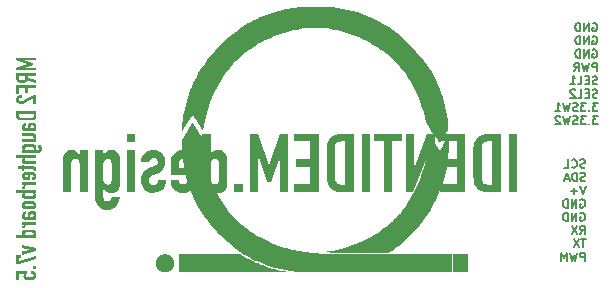
<source format=gbr>
%TF.GenerationSoftware,KiCad,Pcbnew,9.0.4*%
%TF.CreationDate,2025-11-17T08:26:25+00:00*%
%TF.ProjectId,MRF-Pro-v7.5,4d52462d-5072-46f2-9d76-372e352e6b69,rev?*%
%TF.SameCoordinates,Original*%
%TF.FileFunction,Legend,Bot*%
%TF.FilePolarity,Positive*%
%FSLAX46Y46*%
G04 Gerber Fmt 4.6, Leading zero omitted, Abs format (unit mm)*
G04 Created by KiCad (PCBNEW 9.0.4) date 2025-11-17 08:26:25*
%MOMM*%
%LPD*%
G01*
G04 APERTURE LIST*
%ADD10C,0.000000*%
%ADD11C,0.250000*%
%ADD12C,0.175000*%
%ADD13C,0.600000*%
G04 APERTURE END LIST*
D10*
G36*
X118917846Y-117961884D02*
G01*
X118947829Y-117964238D01*
X118977617Y-117967882D01*
X119007164Y-117972833D01*
X119036426Y-117979110D01*
X119071001Y-117989550D01*
X119105818Y-118002274D01*
X119140708Y-118017169D01*
X119175499Y-118034120D01*
X119210022Y-118053014D01*
X119244105Y-118073738D01*
X119277579Y-118096177D01*
X119310272Y-118120219D01*
X119342014Y-118145748D01*
X119372635Y-118172653D01*
X119401964Y-118200818D01*
X119429831Y-118230130D01*
X119456064Y-118260476D01*
X119480494Y-118291742D01*
X119502950Y-118323814D01*
X119523261Y-118356579D01*
X119541826Y-118389962D01*
X119558505Y-118423922D01*
X119573315Y-118458397D01*
X119586272Y-118493322D01*
X119597391Y-118528635D01*
X119606690Y-118564273D01*
X119614184Y-118600171D01*
X119619889Y-118636267D01*
X119623822Y-118672497D01*
X119625998Y-118708799D01*
X119626434Y-118745108D01*
X119625147Y-118781361D01*
X119622151Y-118817496D01*
X119617463Y-118853448D01*
X119611100Y-118889155D01*
X119603078Y-118924553D01*
X119593412Y-118959579D01*
X119582119Y-118994170D01*
X119569215Y-119028262D01*
X119554716Y-119061792D01*
X119538638Y-119094697D01*
X119520998Y-119126913D01*
X119501811Y-119158377D01*
X119481094Y-119189026D01*
X119458863Y-119218797D01*
X119435134Y-119247625D01*
X119409924Y-119275449D01*
X119383247Y-119302204D01*
X119355121Y-119327827D01*
X119325562Y-119352256D01*
X119294585Y-119375426D01*
X119262207Y-119397274D01*
X119236681Y-119412957D01*
X119212783Y-119426992D01*
X119190156Y-119439466D01*
X119168444Y-119450467D01*
X119147290Y-119460083D01*
X119126338Y-119468403D01*
X119105230Y-119475512D01*
X119083611Y-119481501D01*
X119061124Y-119486456D01*
X119037412Y-119490465D01*
X119012119Y-119493617D01*
X118984888Y-119495998D01*
X118955363Y-119497698D01*
X118923186Y-119498803D01*
X118888002Y-119499401D01*
X118849454Y-119499581D01*
X118775722Y-119498803D01*
X118743546Y-119497698D01*
X118714021Y-119495998D01*
X118686790Y-119493617D01*
X118661497Y-119490465D01*
X118637785Y-119486456D01*
X118615298Y-119481501D01*
X118593680Y-119475512D01*
X118572572Y-119468403D01*
X118551620Y-119460083D01*
X118530466Y-119450467D01*
X118508754Y-119439466D01*
X118486128Y-119426992D01*
X118462230Y-119412957D01*
X118436704Y-119397274D01*
X118403696Y-119375085D01*
X118372150Y-119351555D01*
X118342082Y-119326750D01*
X118313507Y-119300735D01*
X118286442Y-119273576D01*
X118260901Y-119245338D01*
X118236900Y-119216085D01*
X118214454Y-119185883D01*
X118193580Y-119154798D01*
X118174292Y-119122894D01*
X118156605Y-119090237D01*
X118140537Y-119056892D01*
X118126101Y-119022924D01*
X118113314Y-118988399D01*
X118102190Y-118953382D01*
X118092747Y-118917938D01*
X118084998Y-118882132D01*
X118078960Y-118846029D01*
X118074647Y-118809696D01*
X118072076Y-118773196D01*
X118071263Y-118736596D01*
X118072221Y-118699960D01*
X118074968Y-118663353D01*
X118079518Y-118626842D01*
X118085887Y-118590491D01*
X118094091Y-118554365D01*
X118104145Y-118518530D01*
X118116064Y-118483051D01*
X118129864Y-118447993D01*
X118145561Y-118413421D01*
X118163170Y-118379401D01*
X118182706Y-118345998D01*
X118199793Y-118319595D01*
X118217951Y-118293974D01*
X118237135Y-118269154D01*
X118257299Y-118245153D01*
X118278399Y-118221990D01*
X118300389Y-118199681D01*
X118323223Y-118178246D01*
X118346858Y-118157703D01*
X118371246Y-118138069D01*
X118396345Y-118119362D01*
X118422107Y-118101601D01*
X118448488Y-118084804D01*
X118475442Y-118068989D01*
X118502925Y-118054174D01*
X118530891Y-118040377D01*
X118559296Y-118027616D01*
X118588092Y-118015909D01*
X118617237Y-118005274D01*
X118646683Y-117995730D01*
X118676387Y-117987295D01*
X118706303Y-117979985D01*
X118736385Y-117973821D01*
X118766589Y-117968819D01*
X118796869Y-117964998D01*
X118827180Y-117962376D01*
X118857476Y-117960971D01*
X118887714Y-117960801D01*
X118917846Y-117961884D01*
G37*
G36*
X144478761Y-119499581D02*
G01*
X143949594Y-119499581D01*
X143949594Y-117912081D01*
X144478761Y-117912081D01*
X144478761Y-119499581D01*
G37*
G36*
X123767674Y-117949840D02*
G01*
X124601938Y-117956620D01*
X125135239Y-117966707D01*
X125275076Y-117972681D01*
X125322928Y-117979110D01*
X125326277Y-117989812D01*
X125336121Y-118003291D01*
X125374067Y-118037952D01*
X125434317Y-118081832D01*
X125514420Y-118133670D01*
X125611928Y-118192205D01*
X125724391Y-118256177D01*
X125984386Y-118395387D01*
X126274807Y-118541210D01*
X126576060Y-118683562D01*
X126724624Y-118750283D01*
X126868548Y-118812354D01*
X127005382Y-118868512D01*
X127132677Y-118917498D01*
X127322943Y-118984698D01*
X127524371Y-119050947D01*
X127734564Y-119115625D01*
X127951122Y-119178112D01*
X128171650Y-119237788D01*
X128393748Y-119294032D01*
X128615019Y-119346225D01*
X128833066Y-119393746D01*
X129326955Y-119496053D01*
X124677346Y-119496053D01*
X120031263Y-119499581D01*
X120031263Y-117947359D01*
X122677094Y-117947359D01*
X123767674Y-117949840D01*
G37*
G36*
X121214193Y-106835105D02*
G01*
X121215581Y-106835834D01*
X121217224Y-106837034D01*
X121219117Y-106838690D01*
X121223624Y-106843324D01*
X121229052Y-106849632D01*
X121235347Y-106857511D01*
X121242460Y-106866857D01*
X121258927Y-106889539D01*
X121278041Y-106916852D01*
X121299387Y-106947968D01*
X121347122Y-107018304D01*
X121513810Y-107284209D01*
X121629896Y-107470244D01*
X121749289Y-107663886D01*
X122035038Y-108122498D01*
X122056205Y-108528191D01*
X122082849Y-108879116D01*
X122125162Y-109241409D01*
X122182275Y-109611226D01*
X122253320Y-109984723D01*
X122337428Y-110358054D01*
X122433733Y-110727375D01*
X122541364Y-111088842D01*
X122659455Y-111438609D01*
X122749910Y-111677608D01*
X122850127Y-111920198D01*
X122959367Y-112165177D01*
X123076890Y-112411338D01*
X123201958Y-112657479D01*
X123333832Y-112902395D01*
X123471773Y-113144883D01*
X123615042Y-113383737D01*
X123762899Y-113617755D01*
X123914606Y-113845732D01*
X124069425Y-114066463D01*
X124226615Y-114278746D01*
X124385438Y-114481375D01*
X124545155Y-114673147D01*
X124705028Y-114852858D01*
X124864316Y-115019303D01*
X124983064Y-115133947D01*
X125110013Y-115250028D01*
X125244518Y-115367080D01*
X125385931Y-115484638D01*
X125533608Y-115602238D01*
X125686902Y-115719414D01*
X125845167Y-115835702D01*
X126007757Y-115950635D01*
X126174027Y-116063750D01*
X126343330Y-116174580D01*
X126515021Y-116282662D01*
X126688453Y-116387529D01*
X126862981Y-116488716D01*
X127037958Y-116585760D01*
X127212739Y-116678193D01*
X127386678Y-116765553D01*
X127615932Y-116875184D01*
X127842560Y-116978004D01*
X128067411Y-117074231D01*
X128291332Y-117164081D01*
X128515170Y-117247771D01*
X128739773Y-117325518D01*
X128965988Y-117397539D01*
X129194663Y-117464052D01*
X129426646Y-117525273D01*
X129662783Y-117581420D01*
X129903922Y-117632709D01*
X130150911Y-117679357D01*
X130404598Y-117721582D01*
X130665829Y-117759600D01*
X130935453Y-117793629D01*
X131214316Y-117823885D01*
X131698945Y-117875040D01*
X132096262Y-117915609D01*
X133632774Y-117946532D01*
X136704862Y-117967202D01*
X139966789Y-117972659D01*
X142072817Y-117957943D01*
X143138205Y-117929720D01*
X143138205Y-119499581D01*
X136812900Y-119499581D01*
X131549896Y-119490321D01*
X130492169Y-119474280D01*
X130014872Y-119446664D01*
X129556247Y-119388394D01*
X129110769Y-119316522D01*
X128677031Y-119230677D01*
X128253629Y-119130487D01*
X127839157Y-119015579D01*
X127432209Y-118885582D01*
X127031379Y-118740124D01*
X126635262Y-118578832D01*
X126464853Y-118502509D01*
X126284688Y-118416718D01*
X126103200Y-118325884D01*
X125928823Y-118234431D01*
X125769991Y-118146780D01*
X125635136Y-118067357D01*
X125532693Y-118000584D01*
X125496262Y-117973323D01*
X125471096Y-117950884D01*
X125463523Y-117943218D01*
X125452850Y-117933536D01*
X125423028Y-117908663D01*
X125383285Y-117877340D01*
X125335274Y-117840644D01*
X125221062Y-117755426D01*
X125093622Y-117661608D01*
X124864900Y-117493419D01*
X124635707Y-117314894D01*
X124406896Y-117126943D01*
X124179321Y-116930476D01*
X123953833Y-116726403D01*
X123731286Y-116515632D01*
X123512532Y-116299073D01*
X123298423Y-116077636D01*
X123089813Y-115852230D01*
X122887554Y-115623765D01*
X122692499Y-115393151D01*
X122505500Y-115161296D01*
X122327410Y-114929110D01*
X122159082Y-114697503D01*
X122001368Y-114467385D01*
X121855121Y-114239664D01*
X121675564Y-113938120D01*
X121507256Y-113633913D01*
X121350121Y-113326782D01*
X121204081Y-113016462D01*
X121069058Y-112702691D01*
X120944975Y-112385203D01*
X120831754Y-112063737D01*
X120729319Y-111738028D01*
X120637590Y-111407813D01*
X120556492Y-111072828D01*
X120485946Y-110732810D01*
X120425875Y-110387495D01*
X120376201Y-110036620D01*
X120336847Y-109679921D01*
X120307735Y-109317135D01*
X120288788Y-108947997D01*
X120267621Y-108323582D01*
X120733289Y-107579218D01*
X120915907Y-107290272D01*
X121067105Y-107053581D01*
X121171340Y-106893619D01*
X121200988Y-106850059D01*
X121213068Y-106834859D01*
X121214193Y-106835105D01*
G37*
G36*
X132387819Y-97004967D02*
G01*
X132625428Y-97013525D01*
X133062729Y-97052778D01*
X133494708Y-97108279D01*
X133921085Y-97179902D01*
X134341582Y-97267525D01*
X134755918Y-97371022D01*
X135163816Y-97490271D01*
X135564995Y-97625147D01*
X135959178Y-97775525D01*
X136346085Y-97941282D01*
X136725436Y-98122295D01*
X137096953Y-98318438D01*
X137460357Y-98529588D01*
X137815369Y-98755621D01*
X138161710Y-98996412D01*
X138499100Y-99251839D01*
X138827261Y-99521776D01*
X138991737Y-99666414D01*
X139176015Y-99836188D01*
X139372778Y-100023822D01*
X139574709Y-100222039D01*
X139774490Y-100423563D01*
X139964804Y-100621118D01*
X140138333Y-100807428D01*
X140287760Y-100975218D01*
X140543979Y-101280446D01*
X140787382Y-101592738D01*
X141017887Y-101911883D01*
X141235410Y-102237667D01*
X141439869Y-102569881D01*
X141631183Y-102908310D01*
X141809266Y-103252745D01*
X141974039Y-103602973D01*
X142125416Y-103958781D01*
X142263316Y-104319959D01*
X142387657Y-104686294D01*
X142498355Y-105057575D01*
X142595327Y-105433589D01*
X142678492Y-105814125D01*
X142747766Y-106198970D01*
X142803067Y-106587914D01*
X142834148Y-106845373D01*
X142845459Y-106950264D01*
X142853282Y-107042226D01*
X142857116Y-107123480D01*
X142856459Y-107196249D01*
X142850810Y-107262755D01*
X142839667Y-107325220D01*
X142822530Y-107385866D01*
X142798898Y-107446914D01*
X142768268Y-107510588D01*
X142730141Y-107579110D01*
X142684013Y-107654700D01*
X142629385Y-107739582D01*
X142492622Y-107946108D01*
X142351180Y-108158051D01*
X142231567Y-108331959D01*
X142183873Y-108398967D01*
X142146349Y-108449644D01*
X142120566Y-108481718D01*
X142112568Y-108490068D01*
X142108094Y-108492915D01*
X142103306Y-108488929D01*
X142093108Y-108477233D01*
X142057658Y-108432281D01*
X142004101Y-108361202D01*
X141934792Y-108267137D01*
X141852089Y-108153229D01*
X141758348Y-108022618D01*
X141655926Y-107878448D01*
X141547177Y-107723859D01*
X141392941Y-107502884D01*
X141269090Y-107322629D01*
X141171945Y-107176853D01*
X141097827Y-107059313D01*
X141043057Y-106963767D01*
X141021777Y-106922290D01*
X141003955Y-106883971D01*
X140989130Y-106848030D01*
X140976842Y-106813685D01*
X140958039Y-106746664D01*
X140856284Y-106326514D01*
X140757837Y-105951260D01*
X140659390Y-105611229D01*
X140557636Y-105296747D01*
X140449267Y-104998140D01*
X140330976Y-104705734D01*
X140199457Y-104409856D01*
X140051400Y-104100831D01*
X139964041Y-103926892D01*
X139871607Y-103752111D01*
X139774564Y-103577134D01*
X139673376Y-103402606D01*
X139460428Y-103057483D01*
X139236483Y-102721910D01*
X139005262Y-102401055D01*
X138770486Y-102100085D01*
X138652927Y-101958671D01*
X138535875Y-101824167D01*
X138419794Y-101697218D01*
X138305150Y-101578470D01*
X138186402Y-101463826D01*
X138059453Y-101347745D01*
X137924948Y-101230692D01*
X137783535Y-101113134D01*
X137635858Y-100995534D01*
X137482564Y-100878357D01*
X137324299Y-100762070D01*
X137161709Y-100647136D01*
X136995439Y-100534022D01*
X136826136Y-100423191D01*
X136654445Y-100315110D01*
X136481013Y-100210243D01*
X136306485Y-100109055D01*
X136131508Y-100012012D01*
X135956727Y-99919579D01*
X135782788Y-99832220D01*
X135522243Y-99708031D01*
X135268063Y-99594095D01*
X135017688Y-99489419D01*
X134768552Y-99393011D01*
X134518094Y-99303880D01*
X134263749Y-99221032D01*
X134002956Y-99143475D01*
X133733150Y-99070219D01*
X133447777Y-99001386D01*
X133169132Y-98941731D01*
X132896255Y-98891253D01*
X132628183Y-98849954D01*
X132363956Y-98817832D01*
X132102613Y-98794887D01*
X131843192Y-98781121D01*
X131584733Y-98776532D01*
X131326273Y-98781121D01*
X131066852Y-98794887D01*
X130805509Y-98817832D01*
X130541282Y-98849954D01*
X130273211Y-98891253D01*
X130000333Y-98941731D01*
X129721689Y-99001386D01*
X129436316Y-99070219D01*
X129167612Y-99142868D01*
X128900142Y-99223119D01*
X128634233Y-99310801D01*
X128370211Y-99405744D01*
X128108400Y-99507777D01*
X127849126Y-99616729D01*
X127592715Y-99732430D01*
X127339493Y-99854709D01*
X127089785Y-99983396D01*
X126843916Y-100118321D01*
X126602213Y-100259312D01*
X126365000Y-100406200D01*
X126132603Y-100558814D01*
X125905348Y-100716982D01*
X125683561Y-100880536D01*
X125467566Y-101049303D01*
X125300692Y-101187238D01*
X125147255Y-101320005D01*
X125004152Y-101450705D01*
X124868285Y-101582438D01*
X124736552Y-101718306D01*
X124605852Y-101861408D01*
X124473085Y-102014845D01*
X124335150Y-102181719D01*
X124132038Y-102443081D01*
X123936925Y-102712230D01*
X123750039Y-102988686D01*
X123571607Y-103271968D01*
X123401857Y-103561596D01*
X123241016Y-103857090D01*
X123089311Y-104157968D01*
X122946970Y-104463750D01*
X122814220Y-104773956D01*
X122691288Y-105088105D01*
X122578403Y-105405716D01*
X122475791Y-105726309D01*
X122383679Y-106049403D01*
X122302296Y-106374518D01*
X122231868Y-106701173D01*
X122172623Y-107028887D01*
X122091483Y-107512193D01*
X121657566Y-106820747D01*
X121487405Y-106551974D01*
X121346680Y-106332150D01*
X121250273Y-106183764D01*
X121213068Y-106129304D01*
X121209630Y-106132720D01*
X121202105Y-106142746D01*
X121175639Y-106181283D01*
X121135365Y-106242227D01*
X121082978Y-106322890D01*
X120948647Y-106532627D01*
X120786203Y-106788998D01*
X120622769Y-107052919D01*
X120481494Y-107278476D01*
X120377920Y-107441856D01*
X120327594Y-107519247D01*
X120324059Y-107524287D01*
X120320727Y-107528811D01*
X120317596Y-107532799D01*
X120314661Y-107536231D01*
X120311920Y-107539087D01*
X120309370Y-107541347D01*
X120307007Y-107542990D01*
X120305895Y-107543574D01*
X120304829Y-107543997D01*
X120303807Y-107544256D01*
X120302831Y-107544348D01*
X120301899Y-107544271D01*
X120301011Y-107544022D01*
X120300166Y-107543599D01*
X120299365Y-107543000D01*
X120298606Y-107542222D01*
X120297890Y-107541262D01*
X120297216Y-107540118D01*
X120296584Y-107538787D01*
X120295442Y-107535556D01*
X120294461Y-107531548D01*
X120293639Y-107526744D01*
X120292972Y-107521124D01*
X120292456Y-107514667D01*
X120292090Y-107507353D01*
X120291868Y-107499163D01*
X120291789Y-107490076D01*
X120291848Y-107480073D01*
X120292371Y-107457236D01*
X120293411Y-107430492D01*
X120294941Y-107399682D01*
X120296937Y-107364644D01*
X120299372Y-107325219D01*
X120328199Y-106977206D01*
X120365786Y-106635456D01*
X120412209Y-106299700D01*
X120467547Y-105969670D01*
X120531876Y-105645098D01*
X120605275Y-105325713D01*
X120687820Y-105011248D01*
X120779590Y-104701434D01*
X120880662Y-104396002D01*
X120991112Y-104094684D01*
X121111020Y-103797210D01*
X121240461Y-103503313D01*
X121379515Y-103212722D01*
X121528258Y-102925171D01*
X121686767Y-102640389D01*
X121855121Y-102358108D01*
X122026269Y-102091462D01*
X122210945Y-101824021D01*
X122408127Y-101556808D01*
X122616791Y-101290845D01*
X122835915Y-101027155D01*
X123064474Y-100766763D01*
X123301447Y-100510691D01*
X123545809Y-100259962D01*
X123796538Y-100015600D01*
X124052610Y-99778628D01*
X124313002Y-99550068D01*
X124576692Y-99330945D01*
X124842655Y-99122280D01*
X125109868Y-98925099D01*
X125377309Y-98740423D01*
X125643955Y-98569276D01*
X125885748Y-98424463D01*
X126130864Y-98286378D01*
X126379235Y-98155053D01*
X126630796Y-98030517D01*
X126885477Y-97912804D01*
X127143212Y-97801942D01*
X127403934Y-97697964D01*
X127667577Y-97600900D01*
X127934071Y-97510781D01*
X128203351Y-97427639D01*
X128475349Y-97351504D01*
X128749998Y-97282408D01*
X129027231Y-97220380D01*
X129306981Y-97165453D01*
X129589180Y-97117657D01*
X129873761Y-97077024D01*
X130094006Y-97057801D01*
X130415330Y-97040313D01*
X131229751Y-97013525D01*
X132054093Y-97002611D01*
X132387819Y-97004967D01*
G37*
G36*
X143914317Y-119499581D02*
G01*
X143208761Y-119499581D01*
X143208761Y-117912081D01*
X143914317Y-117912081D01*
X143914317Y-119499581D01*
G37*
G36*
X141128027Y-107766481D02*
G01*
X141157744Y-107807753D01*
X141264514Y-107959338D01*
X141420894Y-108183682D01*
X141610678Y-108457636D01*
X141801123Y-108729550D01*
X141959487Y-108952847D01*
X142069564Y-109104046D01*
X142101432Y-109145270D01*
X142110686Y-109156005D01*
X142115150Y-109159664D01*
X142116634Y-109158926D01*
X142119084Y-109156734D01*
X142126781Y-109148130D01*
X142138032Y-109134131D01*
X142152633Y-109115016D01*
X142191052Y-109062554D01*
X142240386Y-108992977D01*
X142298980Y-108908517D01*
X142365181Y-108811407D01*
X142437335Y-108703878D01*
X142513789Y-108588165D01*
X142898316Y-108016665D01*
X142877150Y-108792776D01*
X142862136Y-109210707D01*
X142837738Y-109602841D01*
X142803170Y-109974470D01*
X142757646Y-110330886D01*
X142700382Y-110677380D01*
X142630591Y-111019243D01*
X142547489Y-111361768D01*
X142450289Y-111710246D01*
X142385133Y-111920594D01*
X142314180Y-112131961D01*
X142237666Y-112343875D01*
X142155830Y-112555867D01*
X142068908Y-112767466D01*
X141977140Y-112978202D01*
X141880761Y-113187604D01*
X141780011Y-113395203D01*
X141675127Y-113600528D01*
X141566346Y-113803109D01*
X141453907Y-114002476D01*
X141338047Y-114198158D01*
X141219003Y-114389685D01*
X141097014Y-114576587D01*
X140972317Y-114758394D01*
X140845150Y-114934635D01*
X140708359Y-115114050D01*
X140563093Y-115295909D01*
X140410138Y-115479432D01*
X140250279Y-115663838D01*
X140084301Y-115848348D01*
X139912990Y-116032181D01*
X139737132Y-116214557D01*
X139557511Y-116394695D01*
X139374914Y-116571815D01*
X139190126Y-116745137D01*
X139003933Y-116913880D01*
X138817119Y-117077265D01*
X138630471Y-117234510D01*
X138444773Y-117384836D01*
X138260812Y-117527462D01*
X138079373Y-117661608D01*
X137765399Y-117887386D01*
X135433539Y-117866219D01*
X133667886Y-117841525D01*
X133037406Y-117828516D01*
X132695983Y-117816830D01*
X132290290Y-117795663D01*
X132741844Y-117728637D01*
X133067648Y-117675240D01*
X133394986Y-117609202D01*
X133723079Y-117530866D01*
X134051146Y-117440572D01*
X134378407Y-117338661D01*
X134704081Y-117225474D01*
X135027388Y-117101352D01*
X135347549Y-116966637D01*
X135663782Y-116821669D01*
X135975307Y-116666790D01*
X136281345Y-116502340D01*
X136581114Y-116328661D01*
X136873834Y-116146093D01*
X137158726Y-115954978D01*
X137435008Y-115755657D01*
X137701900Y-115548470D01*
X137826155Y-115446366D01*
X137946509Y-115343487D01*
X138063358Y-115239388D01*
X138177103Y-115133625D01*
X138288139Y-115025754D01*
X138396865Y-114915330D01*
X138503679Y-114801909D01*
X138608980Y-114685046D01*
X138713163Y-114564298D01*
X138816629Y-114439218D01*
X138919774Y-114309364D01*
X139022997Y-114174291D01*
X139126695Y-114033553D01*
X139231267Y-113886708D01*
X139337110Y-113733310D01*
X139444622Y-113572915D01*
X139630016Y-113278551D01*
X139806274Y-112974343D01*
X139973024Y-112661443D01*
X140129893Y-112341003D01*
X140276509Y-112014176D01*
X140412501Y-111682115D01*
X140537496Y-111345971D01*
X140651122Y-111006897D01*
X140753007Y-110666045D01*
X140842780Y-110324568D01*
X140920067Y-109983618D01*
X140984497Y-109644347D01*
X141035698Y-109307909D01*
X141073298Y-108975454D01*
X141096924Y-108648137D01*
X141106205Y-108327108D01*
X141111497Y-107920532D01*
X141114143Y-107797280D01*
X141115466Y-107763766D01*
X141116789Y-107752081D01*
X141128027Y-107766481D01*
G37*
D11*
G36*
X107961001Y-101312937D02*
G01*
X106266932Y-101312937D01*
X106266932Y-101543900D01*
X107163896Y-101857385D01*
X107163896Y-101862160D01*
X106266932Y-102173466D01*
X106266932Y-102409099D01*
X107961001Y-102409099D01*
X107961001Y-102166304D01*
X106930754Y-102166304D01*
X106930754Y-102161529D01*
X107658829Y-101919667D01*
X107658829Y-101797595D01*
X106930754Y-101555733D01*
X107961001Y-101555733D01*
X107961001Y-101312937D01*
G37*
G36*
X107961001Y-102877771D02*
G01*
X107236869Y-102877771D01*
X107236869Y-103022265D01*
X107961001Y-103247414D01*
X107961001Y-103504431D01*
X107187251Y-103242639D01*
X107138395Y-103314442D01*
X107082314Y-103367977D01*
X107018364Y-103405714D01*
X106947119Y-103430564D01*
X106863033Y-103446452D01*
X106763838Y-103452114D01*
X106618389Y-103441305D01*
X106506072Y-103412007D01*
X106420010Y-103367458D01*
X106354954Y-103308717D01*
X106307758Y-103234531D01*
X106277769Y-103141509D01*
X106266932Y-103024549D01*
X106266932Y-103003269D01*
X106492808Y-103003269D01*
X106501655Y-103083926D01*
X106524734Y-103138274D01*
X106559761Y-103173818D01*
X106598152Y-103191317D01*
X106644880Y-103202260D01*
X106758544Y-103209318D01*
X106872209Y-103202260D01*
X106918752Y-103191791D01*
X106954836Y-103176205D01*
X106984229Y-103150967D01*
X107006322Y-103116933D01*
X107019276Y-103075350D01*
X107024280Y-103015102D01*
X107024280Y-102877771D01*
X106492808Y-102877771D01*
X106492808Y-103003269D01*
X106266932Y-103003269D01*
X106266932Y-102634975D01*
X107961001Y-102634975D01*
X107961001Y-102877771D01*
G37*
G36*
X107961001Y-103648094D02*
G01*
X106266932Y-103648094D01*
X106266932Y-104372226D01*
X106492808Y-104372226D01*
X106492808Y-103890890D01*
X107010994Y-103890890D01*
X107010994Y-104309113D01*
X107236869Y-104309113D01*
X107236869Y-103890890D01*
X107961001Y-103890890D01*
X107961001Y-103648094D01*
G37*
G36*
X107961001Y-104495129D02*
G01*
X107732322Y-104495129D01*
X106905218Y-104930791D01*
X106844125Y-104957828D01*
X106796744Y-104968679D01*
X106681107Y-104973454D01*
X106615607Y-104973454D01*
X106582337Y-104970330D01*
X106554675Y-104961516D01*
X106530694Y-104946755D01*
X106510662Y-104925808D01*
X106497777Y-104898575D01*
X106492808Y-104856883D01*
X106500955Y-104806666D01*
X106523741Y-104770000D01*
X106560112Y-104746570D01*
X106614258Y-104737924D01*
X106752627Y-104737924D01*
X106752627Y-104495129D01*
X106619136Y-104495129D01*
X106544881Y-104502324D01*
X106476199Y-104523571D01*
X106413440Y-104557487D01*
X106359421Y-104601838D01*
X106314713Y-104653648D01*
X106279596Y-104715710D01*
X106257328Y-104784148D01*
X106249805Y-104858025D01*
X106258942Y-104948368D01*
X106284371Y-105020477D01*
X106325291Y-105082618D01*
X106378521Y-105133207D01*
X106441670Y-105169955D01*
X106514399Y-105196008D01*
X106592238Y-105211086D01*
X106676436Y-105216250D01*
X106780135Y-105216250D01*
X106859960Y-105209087D01*
X106936255Y-105185109D01*
X107029159Y-105139643D01*
X107717997Y-104780795D01*
X107717997Y-105219260D01*
X107961001Y-105219260D01*
X107961001Y-104495129D01*
G37*
G36*
X107961001Y-106192622D02*
G01*
X107952957Y-106300789D01*
X107930527Y-106389925D01*
X107895386Y-106463463D01*
X107847959Y-106524066D01*
X107788397Y-106571573D01*
X107712697Y-106607432D01*
X107617167Y-106630775D01*
X107497104Y-106639288D01*
X106704774Y-106639288D01*
X106600018Y-106631618D01*
X106513170Y-106610182D01*
X106441063Y-106576544D01*
X106381219Y-106531125D01*
X106333167Y-106473784D01*
X106297688Y-106403754D01*
X106275058Y-106318369D01*
X106266932Y-106214110D01*
X106266932Y-106209439D01*
X106492808Y-106209439D01*
X106500061Y-106278151D01*
X106519025Y-106325044D01*
X106547720Y-106356216D01*
X106610072Y-106385371D01*
X106703009Y-106396492D01*
X107522536Y-106396492D01*
X107594806Y-106390828D01*
X107646893Y-106375914D01*
X107683742Y-106353829D01*
X107710700Y-106321680D01*
X107728422Y-106275265D01*
X107735125Y-106209439D01*
X107735125Y-106098162D01*
X106492808Y-106098162D01*
X106492808Y-106209439D01*
X106266932Y-106209439D01*
X106266932Y-105855366D01*
X107961001Y-105855366D01*
X107961001Y-106192622D01*
G37*
G36*
X107747804Y-106822248D02*
G01*
X107815987Y-106840355D01*
X107873230Y-106870427D01*
X107912421Y-106906062D01*
X107942877Y-106948376D01*
X107961104Y-106990765D01*
X107974287Y-107077856D01*
X107964529Y-107159825D01*
X107938890Y-107215188D01*
X107897706Y-107261959D01*
X107837267Y-107311829D01*
X107837267Y-107316604D01*
X107960066Y-107316604D01*
X107960066Y-107559399D01*
X107119572Y-107559399D01*
X107028082Y-107551845D01*
X106952968Y-107530750D01*
X106886429Y-107496717D01*
X106833801Y-107454454D01*
X106792311Y-107400344D01*
X106762489Y-107337572D01*
X106744690Y-107269078D01*
X106738614Y-107194531D01*
X106745712Y-107113881D01*
X106766018Y-107044224D01*
X106798796Y-106981777D01*
X106841068Y-106929833D01*
X106913125Y-106873986D01*
X106999275Y-106837307D01*
X107103067Y-106820113D01*
X107103067Y-107055746D01*
X107049529Y-107075281D01*
X107012551Y-107107233D01*
X106989260Y-107149035D01*
X106981617Y-107194531D01*
X106986827Y-107238798D01*
X107000645Y-107269454D01*
X107022100Y-107290238D01*
X107066330Y-107309586D01*
X107124554Y-107316604D01*
X107250675Y-107316604D01*
X107248288Y-107280792D01*
X107245900Y-107252142D01*
X107245664Y-107249547D01*
X107436171Y-107249547D01*
X107443334Y-107316604D01*
X107607239Y-107316604D01*
X107674941Y-107307164D01*
X107721319Y-107281830D01*
X107751185Y-107241273D01*
X107761698Y-107184981D01*
X107750734Y-107131165D01*
X107718931Y-107091662D01*
X107671252Y-107067029D01*
X107607239Y-107058134D01*
X107545041Y-107065382D01*
X107502068Y-107084573D01*
X107473022Y-107114291D01*
X107445761Y-107174868D01*
X107436171Y-107249547D01*
X107245664Y-107249547D01*
X107243513Y-107225880D01*
X107243513Y-107199721D01*
X107250418Y-107090511D01*
X107268529Y-107011111D01*
X107300601Y-106943618D01*
X107343579Y-106894125D01*
X107401091Y-106856447D01*
X107473333Y-106832050D01*
X107553860Y-106819804D01*
X107652913Y-106815338D01*
X107747804Y-106822248D01*
G37*
G36*
X106751901Y-108459581D02*
G01*
X107961001Y-108459581D01*
X107961001Y-108216785D01*
X107843703Y-108216785D01*
X107843703Y-108212114D01*
X107895956Y-108170041D01*
X107937541Y-108120767D01*
X107964507Y-108062152D01*
X107974287Y-107984370D01*
X107970475Y-107939713D01*
X107958821Y-107894372D01*
X107938392Y-107851961D01*
X107907542Y-107813717D01*
X107867758Y-107782283D01*
X107815884Y-107756729D01*
X107756263Y-107741196D01*
X107678760Y-107735450D01*
X106751901Y-107735450D01*
X106751901Y-107978245D01*
X107588347Y-107978245D01*
X107650036Y-107986560D01*
X107693188Y-108008971D01*
X107721386Y-108045336D01*
X107731284Y-108096373D01*
X107725854Y-108139747D01*
X107711325Y-108170051D01*
X107688413Y-108190834D01*
X107639908Y-108209443D01*
X107564472Y-108216785D01*
X106751901Y-108216785D01*
X106751901Y-108459581D01*
G37*
G36*
X107763774Y-108669990D02*
G01*
X107820351Y-108683007D01*
X107863737Y-108700923D01*
X107913177Y-108735715D01*
X107948203Y-108780833D01*
X107970189Y-108838319D01*
X107978128Y-108911851D01*
X107969837Y-108982070D01*
X107946053Y-109041190D01*
X107907650Y-109092408D01*
X107854291Y-109137208D01*
X107854291Y-109141879D01*
X108092104Y-109141879D01*
X108145527Y-109134918D01*
X108186046Y-109115617D01*
X108212975Y-109082685D01*
X108222896Y-109029772D01*
X108212842Y-108973870D01*
X108184904Y-108935519D01*
X108144919Y-108911079D01*
X108104041Y-108903340D01*
X108104041Y-108660544D01*
X108205148Y-108679763D01*
X108278950Y-108709228D01*
X108341025Y-108750724D01*
X108387320Y-108798291D01*
X108424071Y-108850886D01*
X108447941Y-108907492D01*
X108461551Y-108966576D01*
X108465899Y-109021468D01*
X108457395Y-109112132D01*
X108433720Y-109185165D01*
X108395988Y-109248811D01*
X108349121Y-109299245D01*
X108295691Y-109338125D01*
X108235871Y-109364433D01*
X108172535Y-109379697D01*
X108110789Y-109384675D01*
X106755222Y-109384675D01*
X106755222Y-109141879D01*
X106865046Y-109141879D01*
X106816570Y-109096829D01*
X106777436Y-109049391D01*
X106764970Y-109021468D01*
X106984420Y-109021468D01*
X106994908Y-109070553D01*
X107026149Y-109108766D01*
X107072566Y-109133114D01*
X107134623Y-109141879D01*
X107604125Y-109141879D01*
X107657026Y-109133034D01*
X107698275Y-109107624D01*
X107725838Y-109069132D01*
X107735125Y-109021468D01*
X107729663Y-108978066D01*
X107715121Y-108948169D01*
X107692254Y-108928045D01*
X107646706Y-108909741D01*
X107592188Y-108903340D01*
X107148844Y-108903340D01*
X107079691Y-108911031D01*
X107029782Y-108931678D01*
X107004888Y-108953851D01*
X106989820Y-108983004D01*
X106984420Y-109021468D01*
X106764970Y-109021468D01*
X106751485Y-108991261D01*
X106741936Y-108914239D01*
X106750732Y-108830957D01*
X106772869Y-108779087D01*
X106819145Y-108723531D01*
X106877657Y-108686820D01*
X106951514Y-108667706D01*
X107144381Y-108660544D01*
X107604229Y-108660544D01*
X107763774Y-108669990D01*
G37*
G36*
X107961001Y-109585638D02*
G01*
X106266932Y-109585638D01*
X106266932Y-109828434D01*
X106869614Y-109828434D01*
X106869614Y-109833105D01*
X106817247Y-109875160D01*
X106775568Y-109924348D01*
X106748441Y-109983068D01*
X106738614Y-110060849D01*
X106742426Y-110105506D01*
X106754081Y-110150846D01*
X106774450Y-110193247D01*
X106805359Y-110231502D01*
X106845162Y-110262907D01*
X106897121Y-110288386D01*
X106956646Y-110303995D01*
X107034038Y-110309769D01*
X107961001Y-110309769D01*
X107961001Y-110066974D01*
X107124658Y-110066974D01*
X107062969Y-110058659D01*
X107019817Y-110036248D01*
X106991538Y-109999873D01*
X106981617Y-109948845D01*
X106987057Y-109905482D01*
X107001618Y-109875177D01*
X107024592Y-109854385D01*
X107073085Y-109835773D01*
X107148429Y-109828434D01*
X107961001Y-109828434D01*
X107961001Y-109585638D01*
G37*
G36*
X106751901Y-110513743D02*
G01*
X106386513Y-110513743D01*
X106386513Y-110756538D01*
X106751901Y-110756538D01*
X106751901Y-110902693D01*
X106944559Y-110902693D01*
X106944559Y-110756538D01*
X107615751Y-110756538D01*
X107682600Y-110764635D01*
X107703812Y-110775573D01*
X107718516Y-110791312D01*
X107732737Y-110836571D01*
X107735125Y-110902693D01*
X107961001Y-110902693D01*
X107961001Y-110803665D01*
X107953951Y-110725364D01*
X107934842Y-110665814D01*
X107904436Y-110615109D01*
X107868200Y-110577374D01*
X107825170Y-110548842D01*
X107776542Y-110529002D01*
X107725476Y-110517447D01*
X107677722Y-110513743D01*
X106944559Y-110513743D01*
X106944559Y-110391151D01*
X106751901Y-110391151D01*
X106751901Y-110513743D01*
G37*
G36*
X107691008Y-110985217D02*
G01*
X107750264Y-110999237D01*
X107800417Y-111020925D01*
X107871065Y-111072819D01*
X107926745Y-111143620D01*
X107952469Y-111198713D01*
X107968598Y-111262831D01*
X107974287Y-111337836D01*
X107966902Y-111418308D01*
X107945741Y-111487832D01*
X107911608Y-111550154D01*
X107867266Y-111602223D01*
X107796906Y-111655666D01*
X107712667Y-111688376D01*
X107610561Y-111699902D01*
X107610561Y-111457106D01*
X107650188Y-111448087D01*
X107691112Y-111429702D01*
X107712268Y-111411055D01*
X107726018Y-111381905D01*
X107731284Y-111337940D01*
X107723149Y-111287444D01*
X107700454Y-111250745D01*
X107664539Y-111227127D01*
X107612948Y-111218566D01*
X107449458Y-111218566D01*
X107449458Y-111699902D01*
X107115523Y-111699902D01*
X107010992Y-111688761D01*
X106922267Y-111656871D01*
X106845946Y-111604610D01*
X106801568Y-111552358D01*
X106767264Y-111489077D01*
X106745996Y-111418473D01*
X106738624Y-111337940D01*
X106981617Y-111337940D01*
X106990575Y-111387944D01*
X107016080Y-111424927D01*
X107056482Y-111448232D01*
X107119260Y-111457106D01*
X107256800Y-111457106D01*
X107256800Y-111218566D01*
X107119260Y-111218566D01*
X107056482Y-111227441D01*
X107016080Y-111250745D01*
X106990584Y-111287757D01*
X106981617Y-111337940D01*
X106738624Y-111337940D01*
X106738614Y-111337836D01*
X106744314Y-111262837D01*
X106760477Y-111198720D01*
X106786260Y-111143620D01*
X106841857Y-111072824D01*
X106912484Y-111020925D01*
X106962637Y-110999237D01*
X107021893Y-110985217D01*
X107157667Y-110975771D01*
X107555234Y-110975771D01*
X107691008Y-110985217D01*
G37*
G36*
X107961001Y-111875952D02*
G01*
X106751901Y-111875952D01*
X106751901Y-112118748D01*
X106881136Y-112118748D01*
X106820438Y-112193900D01*
X106776710Y-112264072D01*
X106748775Y-112341130D01*
X106738614Y-112440642D01*
X106995942Y-112440642D01*
X106985188Y-112404203D01*
X106981617Y-112366734D01*
X106994800Y-112284418D01*
X107012272Y-112242531D01*
X107038813Y-112204593D01*
X107074004Y-112170432D01*
X107119883Y-112142519D01*
X107173576Y-112125138D01*
X107243720Y-112118748D01*
X107961001Y-112118748D01*
X107961001Y-111875952D01*
G37*
G36*
X107961001Y-112779767D02*
G01*
X107850969Y-112779767D01*
X107899782Y-112826212D01*
X107938683Y-112872151D01*
X107964374Y-112926507D01*
X107974287Y-113009795D01*
X107966442Y-113082039D01*
X107944590Y-113139262D01*
X107909584Y-113184862D01*
X107860000Y-113220723D01*
X107816537Y-113238646D01*
X107760037Y-113251656D01*
X107600492Y-113261102D01*
X107140955Y-113261102D01*
X106948089Y-113253940D01*
X106890050Y-113242040D01*
X106848126Y-113223110D01*
X106804729Y-113187914D01*
X106769547Y-113143701D01*
X106747228Y-113089083D01*
X106738614Y-113007407D01*
X106746862Y-112939270D01*
X106762768Y-112900178D01*
X106981617Y-112900178D01*
X106987082Y-112943576D01*
X107001624Y-112973433D01*
X107024488Y-112993497D01*
X107070029Y-113011882D01*
X107124450Y-113018306D01*
X107567067Y-113018306D01*
X107636220Y-113010615D01*
X107686130Y-112989968D01*
X107710897Y-112967811D01*
X107725903Y-112938660D01*
X107731284Y-112900178D01*
X107720821Y-112851065D01*
X107689659Y-112812776D01*
X107643351Y-112788507D01*
X107581392Y-112779767D01*
X107112513Y-112779767D01*
X107059719Y-112788611D01*
X107018571Y-112814022D01*
X106990927Y-112852523D01*
X106981617Y-112900178D01*
X106762768Y-112900178D01*
X106770793Y-112880456D01*
X106809114Y-112829243D01*
X106862451Y-112784438D01*
X106862451Y-112779767D01*
X106266932Y-112779767D01*
X106266932Y-112536971D01*
X107961001Y-112536971D01*
X107961001Y-112779767D01*
G37*
G36*
X107691008Y-113451581D02*
G01*
X107750264Y-113465601D01*
X107800417Y-113487289D01*
X107871065Y-113539184D01*
X107926745Y-113609985D01*
X107952469Y-113665078D01*
X107968598Y-113729195D01*
X107974287Y-113804200D01*
X107968598Y-113879135D01*
X107952469Y-113943183D01*
X107926745Y-113998209D01*
X107871058Y-114069095D01*
X107800417Y-114121008D01*
X107750264Y-114142696D01*
X107691008Y-114156716D01*
X107555234Y-114166266D01*
X107157667Y-114166266D01*
X107021893Y-114156716D01*
X106962637Y-114142696D01*
X106912484Y-114121008D01*
X106841865Y-114069091D01*
X106786260Y-113998209D01*
X106760477Y-113943176D01*
X106744315Y-113879129D01*
X106738622Y-113804304D01*
X106981617Y-113804304D01*
X106990598Y-113854299D01*
X107016184Y-113891291D01*
X107056698Y-113914593D01*
X107119675Y-113923470D01*
X107593330Y-113923470D01*
X107656307Y-113914593D01*
X107696821Y-113891291D01*
X107722326Y-113854308D01*
X107731284Y-113804304D01*
X107722317Y-113754121D01*
X107696821Y-113717110D01*
X107656307Y-113693808D01*
X107593330Y-113684931D01*
X107119675Y-113684931D01*
X107056698Y-113693808D01*
X107016184Y-113717110D01*
X106990607Y-113754130D01*
X106981617Y-113804304D01*
X106738622Y-113804304D01*
X106738614Y-113804200D01*
X106744314Y-113729201D01*
X106760477Y-113665084D01*
X106786260Y-113609985D01*
X106841857Y-113539188D01*
X106912484Y-113487289D01*
X106962637Y-113465601D01*
X107021893Y-113451581D01*
X107157667Y-113442135D01*
X107555234Y-113442135D01*
X107691008Y-113451581D01*
G37*
G36*
X107747804Y-114309365D02*
G01*
X107815987Y-114327472D01*
X107873230Y-114357545D01*
X107912421Y-114393180D01*
X107942877Y-114435494D01*
X107961104Y-114477883D01*
X107974287Y-114564974D01*
X107964529Y-114646943D01*
X107938890Y-114702306D01*
X107897706Y-114749077D01*
X107837267Y-114798947D01*
X107837267Y-114803722D01*
X107960066Y-114803722D01*
X107960066Y-115046517D01*
X107119572Y-115046517D01*
X107028082Y-115038963D01*
X106952968Y-115017868D01*
X106886429Y-114983835D01*
X106833801Y-114941572D01*
X106792311Y-114887462D01*
X106762489Y-114824690D01*
X106744690Y-114756196D01*
X106738614Y-114681649D01*
X106745712Y-114600999D01*
X106766018Y-114531342D01*
X106798796Y-114468895D01*
X106841068Y-114416951D01*
X106913125Y-114361104D01*
X106999275Y-114324425D01*
X107103067Y-114307231D01*
X107103067Y-114542864D01*
X107049529Y-114562399D01*
X107012551Y-114594351D01*
X106989260Y-114636153D01*
X106981617Y-114681649D01*
X106986827Y-114725916D01*
X107000645Y-114756572D01*
X107022100Y-114777356D01*
X107066330Y-114796704D01*
X107124554Y-114803722D01*
X107250675Y-114803722D01*
X107248288Y-114767909D01*
X107245900Y-114739260D01*
X107245664Y-114736665D01*
X107436171Y-114736665D01*
X107443334Y-114803722D01*
X107607239Y-114803722D01*
X107674941Y-114794282D01*
X107721319Y-114768948D01*
X107751185Y-114728390D01*
X107761698Y-114672099D01*
X107750734Y-114618283D01*
X107718931Y-114578780D01*
X107671252Y-114554147D01*
X107607239Y-114545252D01*
X107545041Y-114552500D01*
X107502068Y-114571691D01*
X107473022Y-114601409D01*
X107445761Y-114661986D01*
X107436171Y-114736665D01*
X107245664Y-114736665D01*
X107243513Y-114712998D01*
X107243513Y-114686839D01*
X107250418Y-114577629D01*
X107268529Y-114498229D01*
X107300601Y-114430736D01*
X107343579Y-114381243D01*
X107401091Y-114343565D01*
X107473333Y-114319168D01*
X107553860Y-114306922D01*
X107652913Y-114302456D01*
X107747804Y-114309365D01*
G37*
G36*
X107961001Y-115222568D02*
G01*
X106751901Y-115222568D01*
X106751901Y-115465363D01*
X106881136Y-115465363D01*
X106820438Y-115540515D01*
X106776710Y-115610688D01*
X106748775Y-115687746D01*
X106738614Y-115787257D01*
X106995942Y-115787257D01*
X106985188Y-115750819D01*
X106981617Y-115713349D01*
X106994800Y-115631033D01*
X107012272Y-115589147D01*
X107038813Y-115551209D01*
X107074004Y-115517047D01*
X107119883Y-115489134D01*
X107173576Y-115471754D01*
X107243720Y-115465363D01*
X107961001Y-115465363D01*
X107961001Y-115222568D01*
G37*
G36*
X107760037Y-115893032D02*
G01*
X107816537Y-115906042D01*
X107860000Y-115923966D01*
X107909388Y-115958751D01*
X107944384Y-116003865D01*
X107966354Y-116061353D01*
X107974287Y-116134894D01*
X107964841Y-116213162D01*
X107938787Y-116272433D01*
X107899860Y-116319871D01*
X107851384Y-116364922D01*
X107961001Y-116364922D01*
X107961001Y-116607718D01*
X106266932Y-116607718D01*
X106266932Y-116362534D01*
X106862451Y-116362534D01*
X106809129Y-116317507D01*
X106770793Y-116265997D01*
X106762092Y-116244510D01*
X106981617Y-116244510D01*
X106990927Y-116292166D01*
X107018571Y-116330667D01*
X107059820Y-116356077D01*
X107112721Y-116364922D01*
X107582119Y-116364922D01*
X107644176Y-116356157D01*
X107690593Y-116331809D01*
X107721752Y-116293605D01*
X107732218Y-116244510D01*
X107726827Y-116206037D01*
X107711790Y-116176886D01*
X107686960Y-116154720D01*
X107637038Y-116134076D01*
X107567794Y-116126382D01*
X107124658Y-116126382D01*
X107070139Y-116132784D01*
X107024592Y-116151087D01*
X107001662Y-116171221D01*
X106987089Y-116201119D01*
X106981617Y-116244510D01*
X106762092Y-116244510D01*
X106746859Y-116206891D01*
X106738614Y-116138527D01*
X106747410Y-116054833D01*
X106769547Y-116002649D01*
X106815791Y-115946829D01*
X106874270Y-115909957D01*
X106948089Y-115890749D01*
X107140955Y-115883586D01*
X107600492Y-115883586D01*
X107760037Y-115893032D01*
G37*
G36*
X106751901Y-117990999D02*
G01*
X107961001Y-117676787D01*
X107961001Y-117462641D01*
X106751901Y-117148428D01*
X106751901Y-117405445D01*
X107524612Y-117567274D01*
X107524612Y-117572049D01*
X106751901Y-117733879D01*
X106751901Y-117990999D01*
G37*
G36*
X107961001Y-118121895D02*
G01*
X106492808Y-118547903D01*
X106492808Y-118280195D01*
X106688269Y-118280195D01*
X106688269Y-118067606D01*
X106266932Y-118067606D01*
X106266932Y-118791737D01*
X106507133Y-118791737D01*
X107961001Y-118378185D01*
X107961001Y-118121895D01*
G37*
G36*
X107961001Y-118972770D02*
G01*
X107717997Y-118972770D01*
X107717997Y-119215566D01*
X107961001Y-119215566D01*
X107961001Y-118972770D01*
G37*
G36*
X106266932Y-120118757D02*
G01*
X106492808Y-120118757D01*
X106492808Y-119633789D01*
X106949438Y-119633789D01*
X106919762Y-119671133D01*
X106894007Y-119720153D01*
X106877284Y-119775115D01*
X106871482Y-119837866D01*
X106880326Y-119918024D01*
X106905469Y-119984642D01*
X106946532Y-120040697D01*
X107001508Y-120082264D01*
X107074670Y-120108943D01*
X107171681Y-120118757D01*
X107609938Y-120118757D01*
X107692349Y-120110987D01*
X107762321Y-120088862D01*
X107824603Y-120053764D01*
X107876608Y-120009141D01*
X107918532Y-119955344D01*
X107949271Y-119893608D01*
X107968005Y-119826781D01*
X107974287Y-119756692D01*
X107968003Y-119686512D01*
X107949271Y-119619672D01*
X107918511Y-119557943D01*
X107876505Y-119504139D01*
X107824391Y-119459434D01*
X107762010Y-119424314D01*
X107692024Y-119402350D01*
X107609419Y-119394626D01*
X107537899Y-119394626D01*
X107537899Y-119633789D01*
X107599973Y-119633789D01*
X107656718Y-119643104D01*
X107696718Y-119668874D01*
X107722371Y-119708470D01*
X107731284Y-119759702D01*
X107722476Y-119810270D01*
X107697963Y-119845651D01*
X107659651Y-119867817D01*
X107604748Y-119875962D01*
X107205936Y-119875962D01*
X107159174Y-119867787D01*
X107119987Y-119843575D01*
X107093143Y-119807016D01*
X107084071Y-119761051D01*
X107087030Y-119731477D01*
X107095178Y-119708423D01*
X107120921Y-119672507D01*
X107152789Y-119651020D01*
X107174899Y-119636591D01*
X107174899Y-119421200D01*
X106266932Y-119421200D01*
X106266932Y-120118757D01*
G37*
D12*
X155053535Y-98410839D02*
X155120202Y-98377506D01*
X155120202Y-98377506D02*
X155220202Y-98377506D01*
X155220202Y-98377506D02*
X155320202Y-98410839D01*
X155320202Y-98410839D02*
X155386869Y-98477506D01*
X155386869Y-98477506D02*
X155420202Y-98544173D01*
X155420202Y-98544173D02*
X155453535Y-98677506D01*
X155453535Y-98677506D02*
X155453535Y-98777506D01*
X155453535Y-98777506D02*
X155420202Y-98910839D01*
X155420202Y-98910839D02*
X155386869Y-98977506D01*
X155386869Y-98977506D02*
X155320202Y-99044173D01*
X155320202Y-99044173D02*
X155220202Y-99077506D01*
X155220202Y-99077506D02*
X155153535Y-99077506D01*
X155153535Y-99077506D02*
X155053535Y-99044173D01*
X155053535Y-99044173D02*
X155020202Y-99010839D01*
X155020202Y-99010839D02*
X155020202Y-98777506D01*
X155020202Y-98777506D02*
X155153535Y-98777506D01*
X154720202Y-99077506D02*
X154720202Y-98377506D01*
X154720202Y-98377506D02*
X154320202Y-99077506D01*
X154320202Y-99077506D02*
X154320202Y-98377506D01*
X153986869Y-99077506D02*
X153986869Y-98377506D01*
X153986869Y-98377506D02*
X153820202Y-98377506D01*
X153820202Y-98377506D02*
X153720202Y-98410839D01*
X153720202Y-98410839D02*
X153653536Y-98477506D01*
X153653536Y-98477506D02*
X153620202Y-98544173D01*
X153620202Y-98544173D02*
X153586869Y-98677506D01*
X153586869Y-98677506D02*
X153586869Y-98777506D01*
X153586869Y-98777506D02*
X153620202Y-98910839D01*
X153620202Y-98910839D02*
X153653536Y-98977506D01*
X153653536Y-98977506D02*
X153720202Y-99044173D01*
X153720202Y-99044173D02*
X153820202Y-99077506D01*
X153820202Y-99077506D02*
X153986869Y-99077506D01*
X155053535Y-99537800D02*
X155120202Y-99504467D01*
X155120202Y-99504467D02*
X155220202Y-99504467D01*
X155220202Y-99504467D02*
X155320202Y-99537800D01*
X155320202Y-99537800D02*
X155386869Y-99604467D01*
X155386869Y-99604467D02*
X155420202Y-99671134D01*
X155420202Y-99671134D02*
X155453535Y-99804467D01*
X155453535Y-99804467D02*
X155453535Y-99904467D01*
X155453535Y-99904467D02*
X155420202Y-100037800D01*
X155420202Y-100037800D02*
X155386869Y-100104467D01*
X155386869Y-100104467D02*
X155320202Y-100171134D01*
X155320202Y-100171134D02*
X155220202Y-100204467D01*
X155220202Y-100204467D02*
X155153535Y-100204467D01*
X155153535Y-100204467D02*
X155053535Y-100171134D01*
X155053535Y-100171134D02*
X155020202Y-100137800D01*
X155020202Y-100137800D02*
X155020202Y-99904467D01*
X155020202Y-99904467D02*
X155153535Y-99904467D01*
X154720202Y-100204467D02*
X154720202Y-99504467D01*
X154720202Y-99504467D02*
X154320202Y-100204467D01*
X154320202Y-100204467D02*
X154320202Y-99504467D01*
X153986869Y-100204467D02*
X153986869Y-99504467D01*
X153986869Y-99504467D02*
X153820202Y-99504467D01*
X153820202Y-99504467D02*
X153720202Y-99537800D01*
X153720202Y-99537800D02*
X153653536Y-99604467D01*
X153653536Y-99604467D02*
X153620202Y-99671134D01*
X153620202Y-99671134D02*
X153586869Y-99804467D01*
X153586869Y-99804467D02*
X153586869Y-99904467D01*
X153586869Y-99904467D02*
X153620202Y-100037800D01*
X153620202Y-100037800D02*
X153653536Y-100104467D01*
X153653536Y-100104467D02*
X153720202Y-100171134D01*
X153720202Y-100171134D02*
X153820202Y-100204467D01*
X153820202Y-100204467D02*
X153986869Y-100204467D01*
X155053535Y-100664761D02*
X155120202Y-100631428D01*
X155120202Y-100631428D02*
X155220202Y-100631428D01*
X155220202Y-100631428D02*
X155320202Y-100664761D01*
X155320202Y-100664761D02*
X155386869Y-100731428D01*
X155386869Y-100731428D02*
X155420202Y-100798095D01*
X155420202Y-100798095D02*
X155453535Y-100931428D01*
X155453535Y-100931428D02*
X155453535Y-101031428D01*
X155453535Y-101031428D02*
X155420202Y-101164761D01*
X155420202Y-101164761D02*
X155386869Y-101231428D01*
X155386869Y-101231428D02*
X155320202Y-101298095D01*
X155320202Y-101298095D02*
X155220202Y-101331428D01*
X155220202Y-101331428D02*
X155153535Y-101331428D01*
X155153535Y-101331428D02*
X155053535Y-101298095D01*
X155053535Y-101298095D02*
X155020202Y-101264761D01*
X155020202Y-101264761D02*
X155020202Y-101031428D01*
X155020202Y-101031428D02*
X155153535Y-101031428D01*
X154720202Y-101331428D02*
X154720202Y-100631428D01*
X154720202Y-100631428D02*
X154320202Y-101331428D01*
X154320202Y-101331428D02*
X154320202Y-100631428D01*
X153986869Y-101331428D02*
X153986869Y-100631428D01*
X153986869Y-100631428D02*
X153820202Y-100631428D01*
X153820202Y-100631428D02*
X153720202Y-100664761D01*
X153720202Y-100664761D02*
X153653536Y-100731428D01*
X153653536Y-100731428D02*
X153620202Y-100798095D01*
X153620202Y-100798095D02*
X153586869Y-100931428D01*
X153586869Y-100931428D02*
X153586869Y-101031428D01*
X153586869Y-101031428D02*
X153620202Y-101164761D01*
X153620202Y-101164761D02*
X153653536Y-101231428D01*
X153653536Y-101231428D02*
X153720202Y-101298095D01*
X153720202Y-101298095D02*
X153820202Y-101331428D01*
X153820202Y-101331428D02*
X153986869Y-101331428D01*
X155420202Y-102458389D02*
X155420202Y-101758389D01*
X155420202Y-101758389D02*
X155153535Y-101758389D01*
X155153535Y-101758389D02*
X155086869Y-101791722D01*
X155086869Y-101791722D02*
X155053535Y-101825056D01*
X155053535Y-101825056D02*
X155020202Y-101891722D01*
X155020202Y-101891722D02*
X155020202Y-101991722D01*
X155020202Y-101991722D02*
X155053535Y-102058389D01*
X155053535Y-102058389D02*
X155086869Y-102091722D01*
X155086869Y-102091722D02*
X155153535Y-102125056D01*
X155153535Y-102125056D02*
X155420202Y-102125056D01*
X154786869Y-101758389D02*
X154620202Y-102458389D01*
X154620202Y-102458389D02*
X154486869Y-101958389D01*
X154486869Y-101958389D02*
X154353535Y-102458389D01*
X154353535Y-102458389D02*
X154186869Y-101758389D01*
X153520202Y-102458389D02*
X153753535Y-102125056D01*
X153920202Y-102458389D02*
X153920202Y-101758389D01*
X153920202Y-101758389D02*
X153653535Y-101758389D01*
X153653535Y-101758389D02*
X153586869Y-101791722D01*
X153586869Y-101791722D02*
X153553535Y-101825056D01*
X153553535Y-101825056D02*
X153520202Y-101891722D01*
X153520202Y-101891722D02*
X153520202Y-101991722D01*
X153520202Y-101991722D02*
X153553535Y-102058389D01*
X153553535Y-102058389D02*
X153586869Y-102091722D01*
X153586869Y-102091722D02*
X153653535Y-102125056D01*
X153653535Y-102125056D02*
X153920202Y-102125056D01*
X155453535Y-103552017D02*
X155353535Y-103585350D01*
X155353535Y-103585350D02*
X155186869Y-103585350D01*
X155186869Y-103585350D02*
X155120202Y-103552017D01*
X155120202Y-103552017D02*
X155086869Y-103518683D01*
X155086869Y-103518683D02*
X155053535Y-103452017D01*
X155053535Y-103452017D02*
X155053535Y-103385350D01*
X155053535Y-103385350D02*
X155086869Y-103318683D01*
X155086869Y-103318683D02*
X155120202Y-103285350D01*
X155120202Y-103285350D02*
X155186869Y-103252017D01*
X155186869Y-103252017D02*
X155320202Y-103218683D01*
X155320202Y-103218683D02*
X155386869Y-103185350D01*
X155386869Y-103185350D02*
X155420202Y-103152017D01*
X155420202Y-103152017D02*
X155453535Y-103085350D01*
X155453535Y-103085350D02*
X155453535Y-103018683D01*
X155453535Y-103018683D02*
X155420202Y-102952017D01*
X155420202Y-102952017D02*
X155386869Y-102918683D01*
X155386869Y-102918683D02*
X155320202Y-102885350D01*
X155320202Y-102885350D02*
X155153535Y-102885350D01*
X155153535Y-102885350D02*
X155053535Y-102918683D01*
X154753535Y-103218683D02*
X154520202Y-103218683D01*
X154420202Y-103585350D02*
X154753535Y-103585350D01*
X154753535Y-103585350D02*
X154753535Y-102885350D01*
X154753535Y-102885350D02*
X154420202Y-102885350D01*
X153786869Y-103585350D02*
X154120202Y-103585350D01*
X154120202Y-103585350D02*
X154120202Y-102885350D01*
X153186868Y-103585350D02*
X153586868Y-103585350D01*
X153386868Y-103585350D02*
X153386868Y-102885350D01*
X153386868Y-102885350D02*
X153453535Y-102985350D01*
X153453535Y-102985350D02*
X153520202Y-103052017D01*
X153520202Y-103052017D02*
X153586868Y-103085350D01*
X155453535Y-104678978D02*
X155353535Y-104712311D01*
X155353535Y-104712311D02*
X155186869Y-104712311D01*
X155186869Y-104712311D02*
X155120202Y-104678978D01*
X155120202Y-104678978D02*
X155086869Y-104645644D01*
X155086869Y-104645644D02*
X155053535Y-104578978D01*
X155053535Y-104578978D02*
X155053535Y-104512311D01*
X155053535Y-104512311D02*
X155086869Y-104445644D01*
X155086869Y-104445644D02*
X155120202Y-104412311D01*
X155120202Y-104412311D02*
X155186869Y-104378978D01*
X155186869Y-104378978D02*
X155320202Y-104345644D01*
X155320202Y-104345644D02*
X155386869Y-104312311D01*
X155386869Y-104312311D02*
X155420202Y-104278978D01*
X155420202Y-104278978D02*
X155453535Y-104212311D01*
X155453535Y-104212311D02*
X155453535Y-104145644D01*
X155453535Y-104145644D02*
X155420202Y-104078978D01*
X155420202Y-104078978D02*
X155386869Y-104045644D01*
X155386869Y-104045644D02*
X155320202Y-104012311D01*
X155320202Y-104012311D02*
X155153535Y-104012311D01*
X155153535Y-104012311D02*
X155053535Y-104045644D01*
X154753535Y-104345644D02*
X154520202Y-104345644D01*
X154420202Y-104712311D02*
X154753535Y-104712311D01*
X154753535Y-104712311D02*
X154753535Y-104012311D01*
X154753535Y-104012311D02*
X154420202Y-104012311D01*
X153786869Y-104712311D02*
X154120202Y-104712311D01*
X154120202Y-104712311D02*
X154120202Y-104012311D01*
X153586868Y-104078978D02*
X153553535Y-104045644D01*
X153553535Y-104045644D02*
X153486868Y-104012311D01*
X153486868Y-104012311D02*
X153320202Y-104012311D01*
X153320202Y-104012311D02*
X153253535Y-104045644D01*
X153253535Y-104045644D02*
X153220202Y-104078978D01*
X153220202Y-104078978D02*
X153186868Y-104145644D01*
X153186868Y-104145644D02*
X153186868Y-104212311D01*
X153186868Y-104212311D02*
X153220202Y-104312311D01*
X153220202Y-104312311D02*
X153620202Y-104712311D01*
X153620202Y-104712311D02*
X153186868Y-104712311D01*
X155486869Y-105139272D02*
X155053535Y-105139272D01*
X155053535Y-105139272D02*
X155286869Y-105405939D01*
X155286869Y-105405939D02*
X155186869Y-105405939D01*
X155186869Y-105405939D02*
X155120202Y-105439272D01*
X155120202Y-105439272D02*
X155086869Y-105472605D01*
X155086869Y-105472605D02*
X155053535Y-105539272D01*
X155053535Y-105539272D02*
X155053535Y-105705939D01*
X155053535Y-105705939D02*
X155086869Y-105772605D01*
X155086869Y-105772605D02*
X155120202Y-105805939D01*
X155120202Y-105805939D02*
X155186869Y-105839272D01*
X155186869Y-105839272D02*
X155386869Y-105839272D01*
X155386869Y-105839272D02*
X155453535Y-105805939D01*
X155453535Y-105805939D02*
X155486869Y-105772605D01*
X154753535Y-105772605D02*
X154720202Y-105805939D01*
X154720202Y-105805939D02*
X154753535Y-105839272D01*
X154753535Y-105839272D02*
X154786868Y-105805939D01*
X154786868Y-105805939D02*
X154753535Y-105772605D01*
X154753535Y-105772605D02*
X154753535Y-105839272D01*
X154486869Y-105139272D02*
X154053535Y-105139272D01*
X154053535Y-105139272D02*
X154286869Y-105405939D01*
X154286869Y-105405939D02*
X154186869Y-105405939D01*
X154186869Y-105405939D02*
X154120202Y-105439272D01*
X154120202Y-105439272D02*
X154086869Y-105472605D01*
X154086869Y-105472605D02*
X154053535Y-105539272D01*
X154053535Y-105539272D02*
X154053535Y-105705939D01*
X154053535Y-105705939D02*
X154086869Y-105772605D01*
X154086869Y-105772605D02*
X154120202Y-105805939D01*
X154120202Y-105805939D02*
X154186869Y-105839272D01*
X154186869Y-105839272D02*
X154386869Y-105839272D01*
X154386869Y-105839272D02*
X154453535Y-105805939D01*
X154453535Y-105805939D02*
X154486869Y-105772605D01*
X153786868Y-105805939D02*
X153686868Y-105839272D01*
X153686868Y-105839272D02*
X153520202Y-105839272D01*
X153520202Y-105839272D02*
X153453535Y-105805939D01*
X153453535Y-105805939D02*
X153420202Y-105772605D01*
X153420202Y-105772605D02*
X153386868Y-105705939D01*
X153386868Y-105705939D02*
X153386868Y-105639272D01*
X153386868Y-105639272D02*
X153420202Y-105572605D01*
X153420202Y-105572605D02*
X153453535Y-105539272D01*
X153453535Y-105539272D02*
X153520202Y-105505939D01*
X153520202Y-105505939D02*
X153653535Y-105472605D01*
X153653535Y-105472605D02*
X153720202Y-105439272D01*
X153720202Y-105439272D02*
X153753535Y-105405939D01*
X153753535Y-105405939D02*
X153786868Y-105339272D01*
X153786868Y-105339272D02*
X153786868Y-105272605D01*
X153786868Y-105272605D02*
X153753535Y-105205939D01*
X153753535Y-105205939D02*
X153720202Y-105172605D01*
X153720202Y-105172605D02*
X153653535Y-105139272D01*
X153653535Y-105139272D02*
X153486868Y-105139272D01*
X153486868Y-105139272D02*
X153386868Y-105172605D01*
X153153535Y-105139272D02*
X152986868Y-105839272D01*
X152986868Y-105839272D02*
X152853535Y-105339272D01*
X152853535Y-105339272D02*
X152720201Y-105839272D01*
X152720201Y-105839272D02*
X152553535Y-105139272D01*
X151920201Y-105839272D02*
X152320201Y-105839272D01*
X152120201Y-105839272D02*
X152120201Y-105139272D01*
X152120201Y-105139272D02*
X152186868Y-105239272D01*
X152186868Y-105239272D02*
X152253535Y-105305939D01*
X152253535Y-105305939D02*
X152320201Y-105339272D01*
X155486869Y-106266233D02*
X155053535Y-106266233D01*
X155053535Y-106266233D02*
X155286869Y-106532900D01*
X155286869Y-106532900D02*
X155186869Y-106532900D01*
X155186869Y-106532900D02*
X155120202Y-106566233D01*
X155120202Y-106566233D02*
X155086869Y-106599566D01*
X155086869Y-106599566D02*
X155053535Y-106666233D01*
X155053535Y-106666233D02*
X155053535Y-106832900D01*
X155053535Y-106832900D02*
X155086869Y-106899566D01*
X155086869Y-106899566D02*
X155120202Y-106932900D01*
X155120202Y-106932900D02*
X155186869Y-106966233D01*
X155186869Y-106966233D02*
X155386869Y-106966233D01*
X155386869Y-106966233D02*
X155453535Y-106932900D01*
X155453535Y-106932900D02*
X155486869Y-106899566D01*
X154753535Y-106899566D02*
X154720202Y-106932900D01*
X154720202Y-106932900D02*
X154753535Y-106966233D01*
X154753535Y-106966233D02*
X154786868Y-106932900D01*
X154786868Y-106932900D02*
X154753535Y-106899566D01*
X154753535Y-106899566D02*
X154753535Y-106966233D01*
X154486869Y-106266233D02*
X154053535Y-106266233D01*
X154053535Y-106266233D02*
X154286869Y-106532900D01*
X154286869Y-106532900D02*
X154186869Y-106532900D01*
X154186869Y-106532900D02*
X154120202Y-106566233D01*
X154120202Y-106566233D02*
X154086869Y-106599566D01*
X154086869Y-106599566D02*
X154053535Y-106666233D01*
X154053535Y-106666233D02*
X154053535Y-106832900D01*
X154053535Y-106832900D02*
X154086869Y-106899566D01*
X154086869Y-106899566D02*
X154120202Y-106932900D01*
X154120202Y-106932900D02*
X154186869Y-106966233D01*
X154186869Y-106966233D02*
X154386869Y-106966233D01*
X154386869Y-106966233D02*
X154453535Y-106932900D01*
X154453535Y-106932900D02*
X154486869Y-106899566D01*
X153786868Y-106932900D02*
X153686868Y-106966233D01*
X153686868Y-106966233D02*
X153520202Y-106966233D01*
X153520202Y-106966233D02*
X153453535Y-106932900D01*
X153453535Y-106932900D02*
X153420202Y-106899566D01*
X153420202Y-106899566D02*
X153386868Y-106832900D01*
X153386868Y-106832900D02*
X153386868Y-106766233D01*
X153386868Y-106766233D02*
X153420202Y-106699566D01*
X153420202Y-106699566D02*
X153453535Y-106666233D01*
X153453535Y-106666233D02*
X153520202Y-106632900D01*
X153520202Y-106632900D02*
X153653535Y-106599566D01*
X153653535Y-106599566D02*
X153720202Y-106566233D01*
X153720202Y-106566233D02*
X153753535Y-106532900D01*
X153753535Y-106532900D02*
X153786868Y-106466233D01*
X153786868Y-106466233D02*
X153786868Y-106399566D01*
X153786868Y-106399566D02*
X153753535Y-106332900D01*
X153753535Y-106332900D02*
X153720202Y-106299566D01*
X153720202Y-106299566D02*
X153653535Y-106266233D01*
X153653535Y-106266233D02*
X153486868Y-106266233D01*
X153486868Y-106266233D02*
X153386868Y-106299566D01*
X153153535Y-106266233D02*
X152986868Y-106966233D01*
X152986868Y-106966233D02*
X152853535Y-106466233D01*
X152853535Y-106466233D02*
X152720201Y-106966233D01*
X152720201Y-106966233D02*
X152553535Y-106266233D01*
X152320201Y-106332900D02*
X152286868Y-106299566D01*
X152286868Y-106299566D02*
X152220201Y-106266233D01*
X152220201Y-106266233D02*
X152053535Y-106266233D01*
X152053535Y-106266233D02*
X151986868Y-106299566D01*
X151986868Y-106299566D02*
X151953535Y-106332900D01*
X151953535Y-106332900D02*
X151920201Y-106399566D01*
X151920201Y-106399566D02*
X151920201Y-106466233D01*
X151920201Y-106466233D02*
X151953535Y-106566233D01*
X151953535Y-106566233D02*
X152353535Y-106966233D01*
X152353535Y-106966233D02*
X151920201Y-106966233D01*
X154412135Y-110601173D02*
X154312135Y-110634506D01*
X154312135Y-110634506D02*
X154145469Y-110634506D01*
X154145469Y-110634506D02*
X154078802Y-110601173D01*
X154078802Y-110601173D02*
X154045469Y-110567839D01*
X154045469Y-110567839D02*
X154012135Y-110501173D01*
X154012135Y-110501173D02*
X154012135Y-110434506D01*
X154012135Y-110434506D02*
X154045469Y-110367839D01*
X154045469Y-110367839D02*
X154078802Y-110334506D01*
X154078802Y-110334506D02*
X154145469Y-110301173D01*
X154145469Y-110301173D02*
X154278802Y-110267839D01*
X154278802Y-110267839D02*
X154345469Y-110234506D01*
X154345469Y-110234506D02*
X154378802Y-110201173D01*
X154378802Y-110201173D02*
X154412135Y-110134506D01*
X154412135Y-110134506D02*
X154412135Y-110067839D01*
X154412135Y-110067839D02*
X154378802Y-110001173D01*
X154378802Y-110001173D02*
X154345469Y-109967839D01*
X154345469Y-109967839D02*
X154278802Y-109934506D01*
X154278802Y-109934506D02*
X154112135Y-109934506D01*
X154112135Y-109934506D02*
X154012135Y-109967839D01*
X153312135Y-110567839D02*
X153345468Y-110601173D01*
X153345468Y-110601173D02*
X153445468Y-110634506D01*
X153445468Y-110634506D02*
X153512135Y-110634506D01*
X153512135Y-110634506D02*
X153612135Y-110601173D01*
X153612135Y-110601173D02*
X153678802Y-110534506D01*
X153678802Y-110534506D02*
X153712135Y-110467839D01*
X153712135Y-110467839D02*
X153745468Y-110334506D01*
X153745468Y-110334506D02*
X153745468Y-110234506D01*
X153745468Y-110234506D02*
X153712135Y-110101173D01*
X153712135Y-110101173D02*
X153678802Y-110034506D01*
X153678802Y-110034506D02*
X153612135Y-109967839D01*
X153612135Y-109967839D02*
X153512135Y-109934506D01*
X153512135Y-109934506D02*
X153445468Y-109934506D01*
X153445468Y-109934506D02*
X153345468Y-109967839D01*
X153345468Y-109967839D02*
X153312135Y-110001173D01*
X152678802Y-110634506D02*
X153012135Y-110634506D01*
X153012135Y-110634506D02*
X153012135Y-109934506D01*
X154412135Y-111728134D02*
X154312135Y-111761467D01*
X154312135Y-111761467D02*
X154145469Y-111761467D01*
X154145469Y-111761467D02*
X154078802Y-111728134D01*
X154078802Y-111728134D02*
X154045469Y-111694800D01*
X154045469Y-111694800D02*
X154012135Y-111628134D01*
X154012135Y-111628134D02*
X154012135Y-111561467D01*
X154012135Y-111561467D02*
X154045469Y-111494800D01*
X154045469Y-111494800D02*
X154078802Y-111461467D01*
X154078802Y-111461467D02*
X154145469Y-111428134D01*
X154145469Y-111428134D02*
X154278802Y-111394800D01*
X154278802Y-111394800D02*
X154345469Y-111361467D01*
X154345469Y-111361467D02*
X154378802Y-111328134D01*
X154378802Y-111328134D02*
X154412135Y-111261467D01*
X154412135Y-111261467D02*
X154412135Y-111194800D01*
X154412135Y-111194800D02*
X154378802Y-111128134D01*
X154378802Y-111128134D02*
X154345469Y-111094800D01*
X154345469Y-111094800D02*
X154278802Y-111061467D01*
X154278802Y-111061467D02*
X154112135Y-111061467D01*
X154112135Y-111061467D02*
X154012135Y-111094800D01*
X153712135Y-111761467D02*
X153712135Y-111061467D01*
X153712135Y-111061467D02*
X153545468Y-111061467D01*
X153545468Y-111061467D02*
X153445468Y-111094800D01*
X153445468Y-111094800D02*
X153378802Y-111161467D01*
X153378802Y-111161467D02*
X153345468Y-111228134D01*
X153345468Y-111228134D02*
X153312135Y-111361467D01*
X153312135Y-111361467D02*
X153312135Y-111461467D01*
X153312135Y-111461467D02*
X153345468Y-111594800D01*
X153345468Y-111594800D02*
X153378802Y-111661467D01*
X153378802Y-111661467D02*
X153445468Y-111728134D01*
X153445468Y-111728134D02*
X153545468Y-111761467D01*
X153545468Y-111761467D02*
X153712135Y-111761467D01*
X153045468Y-111561467D02*
X152712135Y-111561467D01*
X153112135Y-111761467D02*
X152878802Y-111061467D01*
X152878802Y-111061467D02*
X152645468Y-111761467D01*
X154478802Y-112188428D02*
X154245469Y-112888428D01*
X154245469Y-112888428D02*
X154012135Y-112188428D01*
X153778802Y-112621761D02*
X153245469Y-112621761D01*
X153512135Y-112888428D02*
X153512135Y-112355095D01*
X154012135Y-113348722D02*
X154078802Y-113315389D01*
X154078802Y-113315389D02*
X154178802Y-113315389D01*
X154178802Y-113315389D02*
X154278802Y-113348722D01*
X154278802Y-113348722D02*
X154345469Y-113415389D01*
X154345469Y-113415389D02*
X154378802Y-113482056D01*
X154378802Y-113482056D02*
X154412135Y-113615389D01*
X154412135Y-113615389D02*
X154412135Y-113715389D01*
X154412135Y-113715389D02*
X154378802Y-113848722D01*
X154378802Y-113848722D02*
X154345469Y-113915389D01*
X154345469Y-113915389D02*
X154278802Y-113982056D01*
X154278802Y-113982056D02*
X154178802Y-114015389D01*
X154178802Y-114015389D02*
X154112135Y-114015389D01*
X154112135Y-114015389D02*
X154012135Y-113982056D01*
X154012135Y-113982056D02*
X153978802Y-113948722D01*
X153978802Y-113948722D02*
X153978802Y-113715389D01*
X153978802Y-113715389D02*
X154112135Y-113715389D01*
X153678802Y-114015389D02*
X153678802Y-113315389D01*
X153678802Y-113315389D02*
X153278802Y-114015389D01*
X153278802Y-114015389D02*
X153278802Y-113315389D01*
X152945469Y-114015389D02*
X152945469Y-113315389D01*
X152945469Y-113315389D02*
X152778802Y-113315389D01*
X152778802Y-113315389D02*
X152678802Y-113348722D01*
X152678802Y-113348722D02*
X152612136Y-113415389D01*
X152612136Y-113415389D02*
X152578802Y-113482056D01*
X152578802Y-113482056D02*
X152545469Y-113615389D01*
X152545469Y-113615389D02*
X152545469Y-113715389D01*
X152545469Y-113715389D02*
X152578802Y-113848722D01*
X152578802Y-113848722D02*
X152612136Y-113915389D01*
X152612136Y-113915389D02*
X152678802Y-113982056D01*
X152678802Y-113982056D02*
X152778802Y-114015389D01*
X152778802Y-114015389D02*
X152945469Y-114015389D01*
X154012135Y-114475683D02*
X154078802Y-114442350D01*
X154078802Y-114442350D02*
X154178802Y-114442350D01*
X154178802Y-114442350D02*
X154278802Y-114475683D01*
X154278802Y-114475683D02*
X154345469Y-114542350D01*
X154345469Y-114542350D02*
X154378802Y-114609017D01*
X154378802Y-114609017D02*
X154412135Y-114742350D01*
X154412135Y-114742350D02*
X154412135Y-114842350D01*
X154412135Y-114842350D02*
X154378802Y-114975683D01*
X154378802Y-114975683D02*
X154345469Y-115042350D01*
X154345469Y-115042350D02*
X154278802Y-115109017D01*
X154278802Y-115109017D02*
X154178802Y-115142350D01*
X154178802Y-115142350D02*
X154112135Y-115142350D01*
X154112135Y-115142350D02*
X154012135Y-115109017D01*
X154012135Y-115109017D02*
X153978802Y-115075683D01*
X153978802Y-115075683D02*
X153978802Y-114842350D01*
X153978802Y-114842350D02*
X154112135Y-114842350D01*
X153678802Y-115142350D02*
X153678802Y-114442350D01*
X153678802Y-114442350D02*
X153278802Y-115142350D01*
X153278802Y-115142350D02*
X153278802Y-114442350D01*
X152945469Y-115142350D02*
X152945469Y-114442350D01*
X152945469Y-114442350D02*
X152778802Y-114442350D01*
X152778802Y-114442350D02*
X152678802Y-114475683D01*
X152678802Y-114475683D02*
X152612136Y-114542350D01*
X152612136Y-114542350D02*
X152578802Y-114609017D01*
X152578802Y-114609017D02*
X152545469Y-114742350D01*
X152545469Y-114742350D02*
X152545469Y-114842350D01*
X152545469Y-114842350D02*
X152578802Y-114975683D01*
X152578802Y-114975683D02*
X152612136Y-115042350D01*
X152612136Y-115042350D02*
X152678802Y-115109017D01*
X152678802Y-115109017D02*
X152778802Y-115142350D01*
X152778802Y-115142350D02*
X152945469Y-115142350D01*
X153978802Y-116269311D02*
X154212135Y-115935978D01*
X154378802Y-116269311D02*
X154378802Y-115569311D01*
X154378802Y-115569311D02*
X154112135Y-115569311D01*
X154112135Y-115569311D02*
X154045469Y-115602644D01*
X154045469Y-115602644D02*
X154012135Y-115635978D01*
X154012135Y-115635978D02*
X153978802Y-115702644D01*
X153978802Y-115702644D02*
X153978802Y-115802644D01*
X153978802Y-115802644D02*
X154012135Y-115869311D01*
X154012135Y-115869311D02*
X154045469Y-115902644D01*
X154045469Y-115902644D02*
X154112135Y-115935978D01*
X154112135Y-115935978D02*
X154378802Y-115935978D01*
X153745469Y-115569311D02*
X153278802Y-116269311D01*
X153278802Y-115569311D02*
X153745469Y-116269311D01*
X154478802Y-116696272D02*
X154078802Y-116696272D01*
X154278802Y-117396272D02*
X154278802Y-116696272D01*
X153912136Y-116696272D02*
X153445469Y-117396272D01*
X153445469Y-116696272D02*
X153912136Y-117396272D01*
X154378802Y-118523233D02*
X154378802Y-117823233D01*
X154378802Y-117823233D02*
X154112135Y-117823233D01*
X154112135Y-117823233D02*
X154045469Y-117856566D01*
X154045469Y-117856566D02*
X154012135Y-117889900D01*
X154012135Y-117889900D02*
X153978802Y-117956566D01*
X153978802Y-117956566D02*
X153978802Y-118056566D01*
X153978802Y-118056566D02*
X154012135Y-118123233D01*
X154012135Y-118123233D02*
X154045469Y-118156566D01*
X154045469Y-118156566D02*
X154112135Y-118189900D01*
X154112135Y-118189900D02*
X154378802Y-118189900D01*
X153745469Y-117823233D02*
X153578802Y-118523233D01*
X153578802Y-118523233D02*
X153445469Y-118023233D01*
X153445469Y-118023233D02*
X153312135Y-118523233D01*
X153312135Y-118523233D02*
X153145469Y-117823233D01*
X152878802Y-118523233D02*
X152878802Y-117823233D01*
X152878802Y-117823233D02*
X152645469Y-118323233D01*
X152645469Y-118323233D02*
X152412135Y-117823233D01*
X152412135Y-117823233D02*
X152412135Y-118523233D01*
D13*
G36*
X148678290Y-112730000D02*
G01*
X148678290Y-107747445D01*
X147964185Y-107747445D01*
X147964185Y-112730000D01*
X148678290Y-112730000D01*
G37*
G36*
X147271451Y-112730000D02*
G01*
X146279520Y-112730000D01*
X145961383Y-112706343D01*
X145699218Y-112640370D01*
X145482930Y-112537016D01*
X145304685Y-112397524D01*
X145164959Y-112222341D01*
X145059493Y-111999695D01*
X144990836Y-111718723D01*
X144965799Y-111365598D01*
X144965799Y-109035216D01*
X144966179Y-109030026D01*
X145679904Y-109030026D01*
X145679904Y-111440397D01*
X145696561Y-111652958D01*
X145740426Y-111806154D01*
X145805383Y-111914534D01*
X145899939Y-111993821D01*
X146036454Y-112045945D01*
X146230061Y-112065659D01*
X146557346Y-112065659D01*
X146557346Y-108411786D01*
X146230061Y-108411786D01*
X146027964Y-108433118D01*
X145890045Y-108488896D01*
X145798361Y-108573292D01*
X145712612Y-108756680D01*
X145679904Y-109030026D01*
X144966179Y-109030026D01*
X144988356Y-108727110D01*
X145051403Y-108471674D01*
X145150339Y-108259595D01*
X145283925Y-108083585D01*
X145452574Y-107942255D01*
X145658546Y-107837905D01*
X145909676Y-107771344D01*
X146216322Y-107747445D01*
X147271451Y-107747445D01*
X147271451Y-112730000D01*
G37*
G36*
X144291688Y-112730000D02*
G01*
X144291688Y-107747445D01*
X142161891Y-107747445D01*
X142161891Y-108411786D01*
X143577583Y-108411786D01*
X143577583Y-109877243D01*
X142347515Y-109877243D01*
X142347515Y-110541584D01*
X143577583Y-110541584D01*
X143577583Y-112015284D01*
X142161891Y-112015284D01*
X142161891Y-112730000D01*
X144291688Y-112730000D01*
G37*
G36*
X141722254Y-112730000D02*
G01*
X141722254Y-107747445D01*
X141042953Y-107747445D01*
X139944166Y-110749495D01*
X139944166Y-107747445D01*
X139230061Y-107747445D01*
X139230061Y-112730000D01*
X139895622Y-112730000D01*
X141008148Y-109734972D01*
X141008148Y-112730000D01*
X141722254Y-112730000D01*
G37*
G36*
X138118145Y-112730000D02*
G01*
X138118145Y-108411786D01*
X138947655Y-108411786D01*
X138947655Y-107747445D01*
X136583384Y-107747445D01*
X136583384Y-108411786D01*
X137404040Y-108411786D01*
X137404040Y-112730000D01*
X138118145Y-112730000D01*
G37*
G36*
X136256099Y-112730000D02*
G01*
X136256099Y-107747445D01*
X135541994Y-107747445D01*
X135541994Y-112730000D01*
X136256099Y-112730000D01*
G37*
G36*
X134849260Y-112730000D02*
G01*
X133857329Y-112730000D01*
X133539192Y-112706343D01*
X133277027Y-112640370D01*
X133060739Y-112537016D01*
X132882494Y-112397524D01*
X132742768Y-112222341D01*
X132637302Y-111999695D01*
X132568645Y-111718723D01*
X132543607Y-111365598D01*
X132543607Y-109035216D01*
X132543987Y-109030026D01*
X133257712Y-109030026D01*
X133257712Y-111440397D01*
X133274370Y-111652958D01*
X133318235Y-111806154D01*
X133383192Y-111914534D01*
X133477747Y-111993821D01*
X133614263Y-112045945D01*
X133807869Y-112065659D01*
X134135155Y-112065659D01*
X134135155Y-108411786D01*
X133807869Y-108411786D01*
X133605773Y-108433118D01*
X133467854Y-108488896D01*
X133376170Y-108573292D01*
X133290421Y-108756680D01*
X133257712Y-109030026D01*
X132543987Y-109030026D01*
X132566165Y-108727110D01*
X132629212Y-108471674D01*
X132728148Y-108259595D01*
X132861734Y-108083585D01*
X133030383Y-107942255D01*
X133236354Y-107837905D01*
X133487485Y-107771344D01*
X133794131Y-107747445D01*
X134849260Y-107747445D01*
X134849260Y-112730000D01*
G37*
G36*
X131869497Y-112730000D02*
G01*
X131869497Y-107747445D01*
X129739699Y-107747445D01*
X129739699Y-108411786D01*
X131155392Y-108411786D01*
X131155392Y-109877243D01*
X129925324Y-109877243D01*
X129925324Y-110541584D01*
X131155392Y-110541584D01*
X131155392Y-112015284D01*
X129739699Y-112015284D01*
X129739699Y-112730000D01*
X131869497Y-112730000D01*
G37*
G36*
X129280523Y-112730000D02*
G01*
X129280523Y-107747445D01*
X128601222Y-107747445D01*
X127679206Y-110385573D01*
X127665162Y-110385573D01*
X126749556Y-107747445D01*
X126056517Y-107747445D01*
X126056517Y-112730000D01*
X126770622Y-112730000D01*
X126770622Y-109699862D01*
X126784666Y-109699862D01*
X127496024Y-111841261D01*
X127855061Y-111841261D01*
X128566418Y-109699862D01*
X128566418Y-112730000D01*
X129280523Y-112730000D01*
G37*
G36*
X125431256Y-112730000D02*
G01*
X125431256Y-112015284D01*
X124717151Y-112015284D01*
X124717151Y-112730000D01*
X125431256Y-112730000D01*
G37*
G36*
X122723213Y-109498972D02*
G01*
X122855645Y-109342142D01*
X123007145Y-109229389D01*
X123180988Y-109158995D01*
X123382058Y-109134745D01*
X123628218Y-109160614D01*
X123781700Y-109225725D01*
X123945877Y-109361736D01*
X124054324Y-109533734D01*
X124110818Y-109750847D01*
X124131884Y-110318101D01*
X124131884Y-111669680D01*
X124104101Y-112138932D01*
X124065838Y-112305107D01*
X124013121Y-112432939D01*
X123910810Y-112578199D01*
X123778123Y-112681128D01*
X123609040Y-112745745D01*
X123392744Y-112769078D01*
X123162545Y-112741296D01*
X122988217Y-112664665D01*
X122848693Y-112550176D01*
X122716191Y-112407599D01*
X122716191Y-112730000D01*
X122002086Y-112730000D01*
X122002086Y-110235059D01*
X122716191Y-110235059D01*
X122716191Y-111615642D01*
X122741970Y-111798163D01*
X122813583Y-111934684D01*
X122925948Y-112026328D01*
X123070343Y-112057110D01*
X123183498Y-112041255D01*
X123269239Y-111997029D01*
X123334431Y-111923998D01*
X123395148Y-111777169D01*
X123417779Y-111573510D01*
X123417779Y-110270169D01*
X123398950Y-110109820D01*
X123345116Y-109975856D01*
X123285899Y-109908416D01*
X123197963Y-109865555D01*
X123070343Y-109849460D01*
X122930179Y-109876842D01*
X122816941Y-109958148D01*
X122742206Y-110079468D01*
X122716191Y-110235059D01*
X122002086Y-110235059D01*
X122002086Y-107747445D01*
X122723213Y-107747445D01*
X122723213Y-109498972D01*
G37*
G36*
X120625324Y-109151511D02*
G01*
X120813903Y-109199049D01*
X120975961Y-109274879D01*
X121184187Y-109438401D01*
X121336830Y-109646128D01*
X121400618Y-109793636D01*
X121441854Y-109967918D01*
X121469637Y-110367255D01*
X121469637Y-111536568D01*
X121441854Y-111935905D01*
X121400618Y-112110187D01*
X121336830Y-112257695D01*
X121184199Y-112465484D01*
X120975961Y-112629249D01*
X120813922Y-112704907D01*
X120625342Y-112752346D01*
X120404738Y-112769078D01*
X120168055Y-112747356D01*
X119963574Y-112685120D01*
X119780274Y-112584728D01*
X119627130Y-112454310D01*
X119469945Y-112247369D01*
X119373737Y-111999608D01*
X119339839Y-111699295D01*
X120053944Y-111699295D01*
X120080471Y-111815845D01*
X120134544Y-111936210D01*
X120189388Y-111998435D01*
X120275122Y-112038874D01*
X120404433Y-112054363D01*
X120552951Y-112030435D01*
X120660887Y-111963688D01*
X120730352Y-111858053D01*
X120755532Y-111706317D01*
X120755532Y-111225464D01*
X119339839Y-111225464D01*
X119339839Y-110254293D01*
X120053944Y-110254293D01*
X120053944Y-110658820D01*
X120755532Y-110658820D01*
X120755532Y-110254293D01*
X120729431Y-110069650D01*
X120660887Y-109950821D01*
X120552030Y-109875833D01*
X120404433Y-109849460D01*
X120257362Y-109875807D01*
X120148588Y-109950821D01*
X120080045Y-110069650D01*
X120053944Y-110254293D01*
X119339839Y-110254293D01*
X119339839Y-110243302D01*
X119372606Y-109935856D01*
X119466399Y-109674901D01*
X119620108Y-109450429D01*
X119773792Y-109319905D01*
X119959911Y-109219009D01*
X120167569Y-109156457D01*
X120404738Y-109134745D01*
X120625324Y-109151511D01*
G37*
G36*
X117532442Y-110165450D02*
G01*
X117561365Y-110000284D01*
X117640519Y-109890676D01*
X117756443Y-109821904D01*
X117887815Y-109799085D01*
X118038545Y-109827460D01*
X118145491Y-109907773D01*
X118213306Y-110024501D01*
X118235861Y-110156901D01*
X118223816Y-110253635D01*
X118186707Y-110350464D01*
X118110736Y-110432340D01*
X117933611Y-110522044D01*
X117511987Y-110690572D01*
X117259650Y-110814174D01*
X117080741Y-110954870D01*
X116960608Y-111112196D01*
X116876819Y-111295073D01*
X116826521Y-111488364D01*
X116809483Y-111695020D01*
X116830049Y-111913380D01*
X116890389Y-112112676D01*
X116986366Y-112294779D01*
X117111734Y-112453089D01*
X117265257Y-112584038D01*
X117449094Y-112684815D01*
X117652473Y-112747585D01*
X117878046Y-112769078D01*
X118157627Y-112737696D01*
X118398224Y-112647127D01*
X118608637Y-112497053D01*
X118741105Y-112350233D01*
X118847995Y-112166409D01*
X118915351Y-111956722D01*
X118939281Y-111702958D01*
X118270361Y-111702958D01*
X118233938Y-111845600D01*
X118167168Y-111978037D01*
X118102652Y-112045743D01*
X118010095Y-112088723D01*
X117879267Y-112104738D01*
X117731177Y-112079480D01*
X117598387Y-112003072D01*
X117506011Y-111883314D01*
X117473824Y-111718529D01*
X117493739Y-111579717D01*
X117551065Y-111466043D01*
X117650531Y-111373934D01*
X117832250Y-111283166D01*
X118176632Y-111156770D01*
X118390133Y-111056266D01*
X118565207Y-110931300D01*
X118706945Y-110781552D01*
X118812804Y-110606475D01*
X118877619Y-110406002D01*
X118900202Y-110173693D01*
X118878956Y-109955506D01*
X118816549Y-109756343D01*
X118716596Y-109575567D01*
X118586045Y-109422646D01*
X118434984Y-109299213D01*
X118258454Y-109208628D01*
X118064497Y-109153507D01*
X117853621Y-109134745D01*
X117643159Y-109154275D01*
X117452452Y-109211376D01*
X117279717Y-109304179D01*
X117134631Y-109427226D01*
X117017012Y-109578128D01*
X116925498Y-109758175D01*
X116868008Y-109954589D01*
X116848562Y-110165450D01*
X117532442Y-110165450D01*
G37*
G36*
X116360076Y-112730000D02*
G01*
X116360076Y-109173824D01*
X115645971Y-109173824D01*
X115645971Y-112730000D01*
X116360076Y-112730000D01*
G37*
G36*
X116360076Y-108462161D02*
G01*
X116360076Y-107747445D01*
X115645971Y-107747445D01*
X115645971Y-108462161D01*
X116360076Y-108462161D01*
G37*
G36*
X114559490Y-109170385D02*
G01*
X114712048Y-109235495D01*
X114875448Y-109371601D01*
X114983423Y-109543695D01*
X115039638Y-109760922D01*
X115060704Y-110328176D01*
X115060704Y-111680671D01*
X115032922Y-112149923D01*
X114994635Y-112316324D01*
X114941941Y-112443930D01*
X114839611Y-112589342D01*
X114706914Y-112692361D01*
X114537837Y-112757026D01*
X114321564Y-112780375D01*
X114115039Y-112755990D01*
X113941156Y-112686036D01*
X113790517Y-112573086D01*
X113658750Y-112416147D01*
X113645012Y-112416147D01*
X113645012Y-113115598D01*
X113665488Y-113272726D01*
X113722254Y-113391898D01*
X113819114Y-113471101D01*
X113974740Y-113500280D01*
X114139156Y-113470711D01*
X114251955Y-113388539D01*
X114323835Y-113270935D01*
X114346599Y-113150708D01*
X115060704Y-113150708D01*
X115004177Y-113448081D01*
X114917517Y-113665144D01*
X114795469Y-113847719D01*
X114655566Y-113983881D01*
X114500875Y-114091971D01*
X114334387Y-114162178D01*
X114160611Y-114202207D01*
X113999164Y-114214996D01*
X113732505Y-114189983D01*
X113517700Y-114120352D01*
X113330507Y-114009375D01*
X113182172Y-113871530D01*
X113067817Y-113714383D01*
X112990441Y-113538443D01*
X112945549Y-113352159D01*
X112930907Y-113170553D01*
X112930907Y-110299478D01*
X113645012Y-110299478D01*
X113645012Y-111680366D01*
X113671027Y-111835957D01*
X113745762Y-111957276D01*
X113858975Y-112038344D01*
X113999164Y-112065659D01*
X114126815Y-112049594D01*
X114214746Y-112006826D01*
X114273937Y-111939569D01*
X114327770Y-111805605D01*
X114346599Y-111645256D01*
X114346599Y-110341304D01*
X114323977Y-110137914D01*
X114263251Y-109991121D01*
X114198035Y-109917905D01*
X114112292Y-109873587D01*
X113999164Y-109857704D01*
X113854795Y-109888551D01*
X113742404Y-109980436D01*
X113670791Y-110116956D01*
X113645012Y-110299478D01*
X112930907Y-110299478D01*
X112930907Y-109183593D01*
X113645012Y-109183593D01*
X113645012Y-109506605D01*
X113777513Y-109364028D01*
X113917037Y-109248928D01*
X114088007Y-109172602D01*
X114314542Y-109144515D01*
X114559490Y-109170385D01*
G37*
G36*
X112339839Y-112730000D02*
G01*
X112339839Y-109173824D01*
X111625734Y-109173824D01*
X111625734Y-109518817D01*
X111611995Y-109518817D01*
X111488329Y-109365361D01*
X111343633Y-109243128D01*
X111170952Y-109163575D01*
X110942159Y-109134745D01*
X110810817Y-109145958D01*
X110677461Y-109180235D01*
X110552754Y-109240146D01*
X110440240Y-109331055D01*
X110347872Y-109448122D01*
X110272934Y-109600943D01*
X110227024Y-109776016D01*
X110210041Y-110003639D01*
X110210041Y-112730000D01*
X110924146Y-112730000D01*
X110924146Y-110270169D01*
X110948601Y-110088730D01*
X111014516Y-109961812D01*
X111121500Y-109878640D01*
X111271582Y-109849460D01*
X111399120Y-109865460D01*
X111488253Y-109908285D01*
X111549408Y-109975856D01*
X111604147Y-110118484D01*
X111625734Y-110340083D01*
X111625734Y-112730000D01*
X112339839Y-112730000D01*
G37*
M02*

</source>
